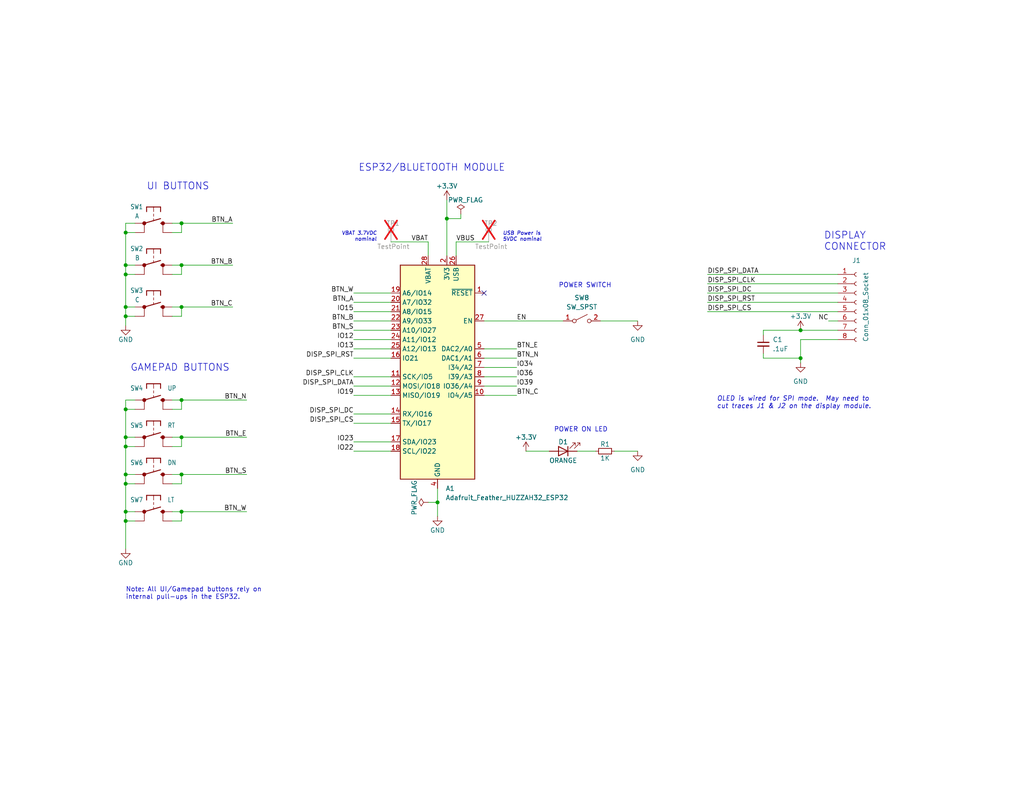
<source format=kicad_sch>
(kicad_sch (version 20230121) (generator eeschema)

  (uuid a4cb1399-61ba-4291-9a36-e5a00a84da5e)

  (paper "A")

  (title_block
    (title "GAMEMAN HANDHELD SCHEMATIC")
    (date "2023-11-15")
    (rev "B1")
    (company "Team 14")
    (comment 1 "GAMEMAN V2")
    (comment 2 "DRAFT#2")
    (comment 3 "REL")
    (comment 4 "2023-11-09")
  )

  (lib_symbols
    (symbol "Connector:Conn_01x08_Socket" (pin_names (offset 1.016) hide) (in_bom yes) (on_board yes)
      (property "Reference" "J" (at 0 10.16 0)
        (effects (font (size 1.27 1.27)))
      )
      (property "Value" "Conn_01x08_Socket" (at 0 -12.7 0)
        (effects (font (size 1.27 1.27)))
      )
      (property "Footprint" "" (at 0 0 0)
        (effects (font (size 1.27 1.27)) hide)
      )
      (property "Datasheet" "~" (at 0 0 0)
        (effects (font (size 1.27 1.27)) hide)
      )
      (property "ki_locked" "" (at 0 0 0)
        (effects (font (size 1.27 1.27)))
      )
      (property "ki_keywords" "connector" (at 0 0 0)
        (effects (font (size 1.27 1.27)) hide)
      )
      (property "ki_description" "Generic connector, single row, 01x08, script generated" (at 0 0 0)
        (effects (font (size 1.27 1.27)) hide)
      )
      (property "ki_fp_filters" "Connector*:*_1x??_*" (at 0 0 0)
        (effects (font (size 1.27 1.27)) hide)
      )
      (symbol "Conn_01x08_Socket_1_1"
        (arc (start 0 -9.652) (mid -0.5058 -10.16) (end 0 -10.668)
          (stroke (width 0.1524) (type default))
          (fill (type none))
        )
        (arc (start 0 -7.112) (mid -0.5058 -7.62) (end 0 -8.128)
          (stroke (width 0.1524) (type default))
          (fill (type none))
        )
        (arc (start 0 -4.572) (mid -0.5058 -5.08) (end 0 -5.588)
          (stroke (width 0.1524) (type default))
          (fill (type none))
        )
        (arc (start 0 -2.032) (mid -0.5058 -2.54) (end 0 -3.048)
          (stroke (width 0.1524) (type default))
          (fill (type none))
        )
        (polyline
          (pts
            (xy -1.27 -10.16)
            (xy -0.508 -10.16)
          )
          (stroke (width 0.1524) (type default))
          (fill (type none))
        )
        (polyline
          (pts
            (xy -1.27 -7.62)
            (xy -0.508 -7.62)
          )
          (stroke (width 0.1524) (type default))
          (fill (type none))
        )
        (polyline
          (pts
            (xy -1.27 -5.08)
            (xy -0.508 -5.08)
          )
          (stroke (width 0.1524) (type default))
          (fill (type none))
        )
        (polyline
          (pts
            (xy -1.27 -2.54)
            (xy -0.508 -2.54)
          )
          (stroke (width 0.1524) (type default))
          (fill (type none))
        )
        (polyline
          (pts
            (xy -1.27 0)
            (xy -0.508 0)
          )
          (stroke (width 0.1524) (type default))
          (fill (type none))
        )
        (polyline
          (pts
            (xy -1.27 2.54)
            (xy -0.508 2.54)
          )
          (stroke (width 0.1524) (type default))
          (fill (type none))
        )
        (polyline
          (pts
            (xy -1.27 5.08)
            (xy -0.508 5.08)
          )
          (stroke (width 0.1524) (type default))
          (fill (type none))
        )
        (polyline
          (pts
            (xy -1.27 7.62)
            (xy -0.508 7.62)
          )
          (stroke (width 0.1524) (type default))
          (fill (type none))
        )
        (arc (start 0 0.508) (mid -0.5058 0) (end 0 -0.508)
          (stroke (width 0.1524) (type default))
          (fill (type none))
        )
        (arc (start 0 3.048) (mid -0.5058 2.54) (end 0 2.032)
          (stroke (width 0.1524) (type default))
          (fill (type none))
        )
        (arc (start 0 5.588) (mid -0.5058 5.08) (end 0 4.572)
          (stroke (width 0.1524) (type default))
          (fill (type none))
        )
        (arc (start 0 8.128) (mid -0.5058 7.62) (end 0 7.112)
          (stroke (width 0.1524) (type default))
          (fill (type none))
        )
        (pin passive line (at -5.08 7.62 0) (length 3.81)
          (name "Pin_1" (effects (font (size 1.27 1.27))))
          (number "1" (effects (font (size 1.27 1.27))))
        )
        (pin passive line (at -5.08 5.08 0) (length 3.81)
          (name "Pin_2" (effects (font (size 1.27 1.27))))
          (number "2" (effects (font (size 1.27 1.27))))
        )
        (pin passive line (at -5.08 2.54 0) (length 3.81)
          (name "Pin_3" (effects (font (size 1.27 1.27))))
          (number "3" (effects (font (size 1.27 1.27))))
        )
        (pin passive line (at -5.08 0 0) (length 3.81)
          (name "Pin_4" (effects (font (size 1.27 1.27))))
          (number "4" (effects (font (size 1.27 1.27))))
        )
        (pin passive line (at -5.08 -2.54 0) (length 3.81)
          (name "Pin_5" (effects (font (size 1.27 1.27))))
          (number "5" (effects (font (size 1.27 1.27))))
        )
        (pin passive line (at -5.08 -5.08 0) (length 3.81)
          (name "Pin_6" (effects (font (size 1.27 1.27))))
          (number "6" (effects (font (size 1.27 1.27))))
        )
        (pin passive line (at -5.08 -7.62 0) (length 3.81)
          (name "Pin_7" (effects (font (size 1.27 1.27))))
          (number "7" (effects (font (size 1.27 1.27))))
        )
        (pin passive line (at -5.08 -10.16 0) (length 3.81)
          (name "Pin_8" (effects (font (size 1.27 1.27))))
          (number "8" (effects (font (size 1.27 1.27))))
        )
      )
    )
    (symbol "Connector:TestPoint" (pin_numbers hide) (pin_names (offset 0.762) hide) (in_bom yes) (on_board yes)
      (property "Reference" "TP" (at 0 6.858 0)
        (effects (font (size 1.27 1.27)))
      )
      (property "Value" "TestPoint" (at 0 5.08 0)
        (effects (font (size 1.27 1.27)))
      )
      (property "Footprint" "" (at 5.08 0 0)
        (effects (font (size 1.27 1.27)) hide)
      )
      (property "Datasheet" "~" (at 5.08 0 0)
        (effects (font (size 1.27 1.27)) hide)
      )
      (property "ki_keywords" "test point tp" (at 0 0 0)
        (effects (font (size 1.27 1.27)) hide)
      )
      (property "ki_description" "test point" (at 0 0 0)
        (effects (font (size 1.27 1.27)) hide)
      )
      (property "ki_fp_filters" "Pin* Test*" (at 0 0 0)
        (effects (font (size 1.27 1.27)) hide)
      )
      (symbol "TestPoint_0_1"
        (circle (center 0 3.302) (radius 0.762)
          (stroke (width 0) (type default))
          (fill (type none))
        )
      )
      (symbol "TestPoint_1_1"
        (pin passive line (at 0 0 90) (length 2.54)
          (name "1" (effects (font (size 1.27 1.27))))
          (number "1" (effects (font (size 1.27 1.27))))
        )
      )
    )
    (symbol "Device:C_Small" (pin_numbers hide) (pin_names (offset 0.254) hide) (in_bom yes) (on_board yes)
      (property "Reference" "C" (at 0.254 1.778 0)
        (effects (font (size 1.27 1.27)) (justify left))
      )
      (property "Value" "C_Small" (at 0.254 -2.032 0)
        (effects (font (size 1.27 1.27)) (justify left))
      )
      (property "Footprint" "" (at 0 0 0)
        (effects (font (size 1.27 1.27)) hide)
      )
      (property "Datasheet" "~" (at 0 0 0)
        (effects (font (size 1.27 1.27)) hide)
      )
      (property "ki_keywords" "capacitor cap" (at 0 0 0)
        (effects (font (size 1.27 1.27)) hide)
      )
      (property "ki_description" "Unpolarized capacitor, small symbol" (at 0 0 0)
        (effects (font (size 1.27 1.27)) hide)
      )
      (property "ki_fp_filters" "C_*" (at 0 0 0)
        (effects (font (size 1.27 1.27)) hide)
      )
      (symbol "C_Small_0_1"
        (polyline
          (pts
            (xy -1.524 -0.508)
            (xy 1.524 -0.508)
          )
          (stroke (width 0.3302) (type default))
          (fill (type none))
        )
        (polyline
          (pts
            (xy -1.524 0.508)
            (xy 1.524 0.508)
          )
          (stroke (width 0.3048) (type default))
          (fill (type none))
        )
      )
      (symbol "C_Small_1_1"
        (pin passive line (at 0 2.54 270) (length 2.032)
          (name "~" (effects (font (size 1.27 1.27))))
          (number "1" (effects (font (size 1.27 1.27))))
        )
        (pin passive line (at 0 -2.54 90) (length 2.032)
          (name "~" (effects (font (size 1.27 1.27))))
          (number "2" (effects (font (size 1.27 1.27))))
        )
      )
    )
    (symbol "Device:LED" (pin_numbers hide) (pin_names (offset 1.016) hide) (in_bom yes) (on_board yes)
      (property "Reference" "D" (at 0 2.54 0)
        (effects (font (size 1.27 1.27)))
      )
      (property "Value" "LED" (at 0 -2.54 0)
        (effects (font (size 1.27 1.27)))
      )
      (property "Footprint" "" (at 0 0 0)
        (effects (font (size 1.27 1.27)) hide)
      )
      (property "Datasheet" "~" (at 0 0 0)
        (effects (font (size 1.27 1.27)) hide)
      )
      (property "ki_keywords" "LED diode" (at 0 0 0)
        (effects (font (size 1.27 1.27)) hide)
      )
      (property "ki_description" "Light emitting diode" (at 0 0 0)
        (effects (font (size 1.27 1.27)) hide)
      )
      (property "ki_fp_filters" "LED* LED_SMD:* LED_THT:*" (at 0 0 0)
        (effects (font (size 1.27 1.27)) hide)
      )
      (symbol "LED_0_1"
        (polyline
          (pts
            (xy -1.27 -1.27)
            (xy -1.27 1.27)
          )
          (stroke (width 0.254) (type default))
          (fill (type none))
        )
        (polyline
          (pts
            (xy -1.27 0)
            (xy 1.27 0)
          )
          (stroke (width 0) (type default))
          (fill (type none))
        )
        (polyline
          (pts
            (xy 1.27 -1.27)
            (xy 1.27 1.27)
            (xy -1.27 0)
            (xy 1.27 -1.27)
          )
          (stroke (width 0.254) (type default))
          (fill (type none))
        )
        (polyline
          (pts
            (xy -3.048 -0.762)
            (xy -4.572 -2.286)
            (xy -3.81 -2.286)
            (xy -4.572 -2.286)
            (xy -4.572 -1.524)
          )
          (stroke (width 0) (type default))
          (fill (type none))
        )
        (polyline
          (pts
            (xy -1.778 -0.762)
            (xy -3.302 -2.286)
            (xy -2.54 -2.286)
            (xy -3.302 -2.286)
            (xy -3.302 -1.524)
          )
          (stroke (width 0) (type default))
          (fill (type none))
        )
      )
      (symbol "LED_1_1"
        (pin passive line (at -3.81 0 0) (length 2.54)
          (name "K" (effects (font (size 1.27 1.27))))
          (number "1" (effects (font (size 1.27 1.27))))
        )
        (pin passive line (at 3.81 0 180) (length 2.54)
          (name "A" (effects (font (size 1.27 1.27))))
          (number "2" (effects (font (size 1.27 1.27))))
        )
      )
    )
    (symbol "Device:R_Small" (pin_numbers hide) (pin_names (offset 0.254) hide) (in_bom yes) (on_board yes)
      (property "Reference" "R" (at 0.762 0.508 0)
        (effects (font (size 1.27 1.27)) (justify left))
      )
      (property "Value" "R_Small" (at 0.762 -1.016 0)
        (effects (font (size 1.27 1.27)) (justify left))
      )
      (property "Footprint" "" (at 0 0 0)
        (effects (font (size 1.27 1.27)) hide)
      )
      (property "Datasheet" "~" (at 0 0 0)
        (effects (font (size 1.27 1.27)) hide)
      )
      (property "ki_keywords" "R resistor" (at 0 0 0)
        (effects (font (size 1.27 1.27)) hide)
      )
      (property "ki_description" "Resistor, small symbol" (at 0 0 0)
        (effects (font (size 1.27 1.27)) hide)
      )
      (property "ki_fp_filters" "R_*" (at 0 0 0)
        (effects (font (size 1.27 1.27)) hide)
      )
      (symbol "R_Small_0_1"
        (rectangle (start -0.762 1.778) (end 0.762 -1.778)
          (stroke (width 0.2032) (type default))
          (fill (type none))
        )
      )
      (symbol "R_Small_1_1"
        (pin passive line (at 0 2.54 270) (length 0.762)
          (name "~" (effects (font (size 1.27 1.27))))
          (number "1" (effects (font (size 1.27 1.27))))
        )
        (pin passive line (at 0 -2.54 90) (length 0.762)
          (name "~" (effects (font (size 1.27 1.27))))
          (number "2" (effects (font (size 1.27 1.27))))
        )
      )
    )
    (symbol "GameMan:SWITCH_TACT_SMT" (in_bom yes) (on_board yes)
      (property "Reference" "SW" (at -2.54 6.35 0)
        (effects (font (size 1.27 1.0795)) (justify left bottom))
      )
      (property "Value" "" (at -2.54 -5.08 0)
        (effects (font (size 1.27 1.0795)) (justify left bottom))
      )
      (property "Footprint" "Button_Switch_SMD:SW_SPST_PTS645" (at 0 0 0)
        (effects (font (size 1.27 1.27)) hide)
      )
      (property "Datasheet" "" (at 0 0 0)
        (effects (font (size 1.27 1.27)) hide)
      )
      (property "ki_description" "SMT tactile momentary switch, PT645 footprint" (at 0 0 0)
        (effects (font (size 1.27 1.27)) hide)
      )
      (symbol "SWITCH_TACT_SMT_1_0"
        (circle (center -2.54 0) (radius 0.127)
          (stroke (width 0.4064) (type solid))
          (fill (type none))
        )
        (polyline
          (pts
            (xy -2.54 -2.54)
            (xy -2.54 0)
          )
          (stroke (width 0.1524) (type solid))
          (fill (type none))
        )
        (polyline
          (pts
            (xy -2.54 0)
            (xy 1.905 1.27)
          )
          (stroke (width 0.254) (type solid))
          (fill (type none))
        )
        (polyline
          (pts
            (xy -1.905 4.445)
            (xy -1.905 3.175)
          )
          (stroke (width 0.254) (type solid))
          (fill (type none))
        )
        (polyline
          (pts
            (xy 0 1.27)
            (xy 0 0.635)
          )
          (stroke (width 0.1524) (type solid))
          (fill (type none))
        )
        (polyline
          (pts
            (xy 0 2.54)
            (xy 0 1.905)
          )
          (stroke (width 0.1524) (type solid))
          (fill (type none))
        )
        (polyline
          (pts
            (xy 0 4.445)
            (xy -1.905 4.445)
          )
          (stroke (width 0.254) (type solid))
          (fill (type none))
        )
        (polyline
          (pts
            (xy 0 4.445)
            (xy 0 3.175)
          )
          (stroke (width 0.1524) (type solid))
          (fill (type none))
        )
        (polyline
          (pts
            (xy 1.905 0)
            (xy 2.54 0)
          )
          (stroke (width 0.254) (type solid))
          (fill (type none))
        )
        (polyline
          (pts
            (xy 1.905 4.445)
            (xy 0 4.445)
          )
          (stroke (width 0.254) (type solid))
          (fill (type none))
        )
        (polyline
          (pts
            (xy 1.905 4.445)
            (xy 1.905 3.175)
          )
          (stroke (width 0.254) (type solid))
          (fill (type none))
        )
        (polyline
          (pts
            (xy 2.54 -2.54)
            (xy 2.54 0)
          )
          (stroke (width 0.1524) (type solid))
          (fill (type none))
        )
        (circle (center 2.54 0) (radius 0.127)
          (stroke (width 0.4064) (type solid))
          (fill (type none))
        )
        (pin passive line (at -5.08 0 0) (length 2.54)
          (name "P" (effects (font (size 0 0))))
          (number "1" (effects (font (size 0 0))))
        )
        (pin passive line (at -5.08 -2.54 0) (length 2.54)
          (name "P1" (effects (font (size 0 0))))
          (number "1" (effects (font (size 0 0))))
        )
        (pin passive line (at 5.08 0 180) (length 2.54)
          (name "S" (effects (font (size 0 0))))
          (number "2" (effects (font (size 0 0))))
        )
        (pin passive line (at 5.08 -2.54 180) (length 2.54)
          (name "S1" (effects (font (size 0 0))))
          (number "2" (effects (font (size 0 0))))
        )
      )
    )
    (symbol "MCU_Module:Adafruit_Feather_HUZZAH32_ESP32" (in_bom yes) (on_board yes)
      (property "Reference" "A" (at -10.16 29.21 0)
        (effects (font (size 1.27 1.27)) (justify left))
      )
      (property "Value" "Adafruit_Feather_HUZZAH32_ESP32" (at 2.54 -31.75 0)
        (effects (font (size 1.27 1.27)) (justify left))
      )
      (property "Footprint" "Module:Adafruit_Feather" (at 2.54 -34.29 0)
        (effects (font (size 1.27 1.27)) (justify left) hide)
      )
      (property "Datasheet" "https://cdn-learn.adafruit.com/downloads/pdf/adafruit-huzzah32-esp32-feather.pdf" (at 0 -30.48 0)
        (effects (font (size 1.27 1.27)) hide)
      )
      (property "ki_keywords" "Adafruit feather microcontroller module USB" (at 0 0 0)
        (effects (font (size 1.27 1.27)) hide)
      )
      (property "ki_description" "Microcontroller module with ESP32 MCU" (at 0 0 0)
        (effects (font (size 1.27 1.27)) hide)
      )
      (property "ki_fp_filters" "Adafruit*Feather*" (at 0 0 0)
        (effects (font (size 1.27 1.27)) hide)
      )
      (symbol "Adafruit_Feather_HUZZAH32_ESP32_0_1"
        (rectangle (start -10.16 27.94) (end 10.16 -30.48)
          (stroke (width 0.254) (type default))
          (fill (type background))
        )
      )
      (symbol "Adafruit_Feather_HUZZAH32_ESP32_1_1"
        (pin input line (at 12.7 20.32 180) (length 2.54)
          (name "~{RESET}" (effects (font (size 1.27 1.27))))
          (number "1" (effects (font (size 1.27 1.27))))
        )
        (pin bidirectional line (at 12.7 -7.62 180) (length 2.54)
          (name "IO4/A5" (effects (font (size 1.27 1.27))))
          (number "10" (effects (font (size 1.27 1.27))))
        )
        (pin bidirectional line (at -12.7 -2.54 0) (length 2.54)
          (name "SCK/IO5" (effects (font (size 1.27 1.27))))
          (number "11" (effects (font (size 1.27 1.27))))
        )
        (pin bidirectional line (at -12.7 -5.08 0) (length 2.54)
          (name "MOSI/IO18" (effects (font (size 1.27 1.27))))
          (number "12" (effects (font (size 1.27 1.27))))
        )
        (pin bidirectional line (at -12.7 -7.62 0) (length 2.54)
          (name "MISO/IO19" (effects (font (size 1.27 1.27))))
          (number "13" (effects (font (size 1.27 1.27))))
        )
        (pin bidirectional line (at -12.7 -12.7 0) (length 2.54)
          (name "RX/IO16" (effects (font (size 1.27 1.27))))
          (number "14" (effects (font (size 1.27 1.27))))
        )
        (pin bidirectional line (at -12.7 -15.24 0) (length 2.54)
          (name "TX/IO17" (effects (font (size 1.27 1.27))))
          (number "15" (effects (font (size 1.27 1.27))))
        )
        (pin bidirectional line (at -12.7 2.54 0) (length 2.54)
          (name "IO21" (effects (font (size 1.27 1.27))))
          (number "16" (effects (font (size 1.27 1.27))))
        )
        (pin bidirectional line (at -12.7 -20.32 0) (length 2.54)
          (name "SDA/IO23" (effects (font (size 1.27 1.27))))
          (number "17" (effects (font (size 1.27 1.27))))
        )
        (pin bidirectional line (at -12.7 -22.86 0) (length 2.54)
          (name "SCL/IO22" (effects (font (size 1.27 1.27))))
          (number "18" (effects (font (size 1.27 1.27))))
        )
        (pin bidirectional line (at -12.7 20.32 0) (length 2.54)
          (name "A6/IO14" (effects (font (size 1.27 1.27))))
          (number "19" (effects (font (size 1.27 1.27))))
        )
        (pin power_in line (at 2.54 30.48 270) (length 2.54)
          (name "3V3" (effects (font (size 1.27 1.27))))
          (number "2" (effects (font (size 1.27 1.27))))
        )
        (pin bidirectional line (at -12.7 17.78 0) (length 2.54)
          (name "A7/IO32" (effects (font (size 1.27 1.27))))
          (number "20" (effects (font (size 1.27 1.27))))
        )
        (pin bidirectional line (at -12.7 15.24 0) (length 2.54)
          (name "A8/IO15" (effects (font (size 1.27 1.27))))
          (number "21" (effects (font (size 1.27 1.27))))
        )
        (pin bidirectional line (at -12.7 12.7 0) (length 2.54)
          (name "A9/IO33" (effects (font (size 1.27 1.27))))
          (number "22" (effects (font (size 1.27 1.27))))
        )
        (pin bidirectional line (at -12.7 10.16 0) (length 2.54)
          (name "A10/IO27" (effects (font (size 1.27 1.27))))
          (number "23" (effects (font (size 1.27 1.27))))
        )
        (pin bidirectional line (at -12.7 7.62 0) (length 2.54)
          (name "A11/IO12" (effects (font (size 1.27 1.27))))
          (number "24" (effects (font (size 1.27 1.27))))
        )
        (pin bidirectional line (at -12.7 5.08 0) (length 2.54)
          (name "A12/IO13" (effects (font (size 1.27 1.27))))
          (number "25" (effects (font (size 1.27 1.27))))
        )
        (pin power_in line (at 5.08 30.48 270) (length 2.54)
          (name "USB" (effects (font (size 1.27 1.27))))
          (number "26" (effects (font (size 1.27 1.27))))
        )
        (pin input line (at 12.7 12.7 180) (length 2.54)
          (name "EN" (effects (font (size 1.27 1.27))))
          (number "27" (effects (font (size 1.27 1.27))))
        )
        (pin power_in line (at -2.54 30.48 270) (length 2.54)
          (name "VBAT" (effects (font (size 1.27 1.27))))
          (number "28" (effects (font (size 1.27 1.27))))
        )
        (pin no_connect line (at 10.16 10.16 180) (length 2.54) hide
          (name "NC" (effects (font (size 1.27 1.27))))
          (number "3" (effects (font (size 1.27 1.27))))
        )
        (pin power_in line (at 0 -33.02 90) (length 2.54)
          (name "GND" (effects (font (size 1.27 1.27))))
          (number "4" (effects (font (size 1.27 1.27))))
        )
        (pin bidirectional line (at 12.7 5.08 180) (length 2.54)
          (name "DAC2/A0" (effects (font (size 1.27 1.27))))
          (number "5" (effects (font (size 1.27 1.27))))
        )
        (pin bidirectional line (at 12.7 2.54 180) (length 2.54)
          (name "DAC1/A1" (effects (font (size 1.27 1.27))))
          (number "6" (effects (font (size 1.27 1.27))))
        )
        (pin bidirectional line (at 12.7 0 180) (length 2.54)
          (name "I34/A2" (effects (font (size 1.27 1.27))))
          (number "7" (effects (font (size 1.27 1.27))))
        )
        (pin bidirectional line (at 12.7 -2.54 180) (length 2.54)
          (name "I39/A3" (effects (font (size 1.27 1.27))))
          (number "8" (effects (font (size 1.27 1.27))))
        )
        (pin bidirectional line (at 12.7 -5.08 180) (length 2.54)
          (name "IO36/A4" (effects (font (size 1.27 1.27))))
          (number "9" (effects (font (size 1.27 1.27))))
        )
      )
    )
    (symbol "Switch:SW_SPST" (pin_names (offset 0) hide) (in_bom yes) (on_board yes)
      (property "Reference" "SW" (at 0 3.175 0)
        (effects (font (size 1.27 1.27)))
      )
      (property "Value" "SW_SPST" (at 0 -2.54 0)
        (effects (font (size 1.27 1.27)))
      )
      (property "Footprint" "" (at 0 0 0)
        (effects (font (size 1.27 1.27)) hide)
      )
      (property "Datasheet" "~" (at 0 0 0)
        (effects (font (size 1.27 1.27)) hide)
      )
      (property "ki_keywords" "switch lever" (at 0 0 0)
        (effects (font (size 1.27 1.27)) hide)
      )
      (property "ki_description" "Single Pole Single Throw (SPST) switch" (at 0 0 0)
        (effects (font (size 1.27 1.27)) hide)
      )
      (symbol "SW_SPST_0_0"
        (circle (center -2.032 0) (radius 0.508)
          (stroke (width 0) (type default))
          (fill (type none))
        )
        (polyline
          (pts
            (xy -1.524 0.254)
            (xy 1.524 1.778)
          )
          (stroke (width 0) (type default))
          (fill (type none))
        )
        (circle (center 2.032 0) (radius 0.508)
          (stroke (width 0) (type default))
          (fill (type none))
        )
      )
      (symbol "SW_SPST_1_1"
        (pin passive line (at -5.08 0 0) (length 2.54)
          (name "A" (effects (font (size 1.27 1.27))))
          (number "1" (effects (font (size 1.27 1.27))))
        )
        (pin passive line (at 5.08 0 180) (length 2.54)
          (name "B" (effects (font (size 1.27 1.27))))
          (number "2" (effects (font (size 1.27 1.27))))
        )
      )
    )
    (symbol "power:+3.3V" (power) (pin_names (offset 0)) (in_bom yes) (on_board yes)
      (property "Reference" "#PWR" (at 0 -3.81 0)
        (effects (font (size 1.27 1.27)) hide)
      )
      (property "Value" "+3.3V" (at 0 3.556 0)
        (effects (font (size 1.27 1.27)))
      )
      (property "Footprint" "" (at 0 0 0)
        (effects (font (size 1.27 1.27)) hide)
      )
      (property "Datasheet" "" (at 0 0 0)
        (effects (font (size 1.27 1.27)) hide)
      )
      (property "ki_keywords" "global power" (at 0 0 0)
        (effects (font (size 1.27 1.27)) hide)
      )
      (property "ki_description" "Power symbol creates a global label with name \"+3.3V\"" (at 0 0 0)
        (effects (font (size 1.27 1.27)) hide)
      )
      (symbol "+3.3V_0_1"
        (polyline
          (pts
            (xy -0.762 1.27)
            (xy 0 2.54)
          )
          (stroke (width 0) (type default))
          (fill (type none))
        )
        (polyline
          (pts
            (xy 0 0)
            (xy 0 2.54)
          )
          (stroke (width 0) (type default))
          (fill (type none))
        )
        (polyline
          (pts
            (xy 0 2.54)
            (xy 0.762 1.27)
          )
          (stroke (width 0) (type default))
          (fill (type none))
        )
      )
      (symbol "+3.3V_1_1"
        (pin power_in line (at 0 0 90) (length 0) hide
          (name "+3.3V" (effects (font (size 1.27 1.27))))
          (number "1" (effects (font (size 1.27 1.27))))
        )
      )
    )
    (symbol "power:GND" (power) (pin_names (offset 0)) (in_bom yes) (on_board yes)
      (property "Reference" "#PWR" (at 0 -6.35 0)
        (effects (font (size 1.27 1.27)) hide)
      )
      (property "Value" "GND" (at 0 -3.81 0)
        (effects (font (size 1.27 1.27)))
      )
      (property "Footprint" "" (at 0 0 0)
        (effects (font (size 1.27 1.27)) hide)
      )
      (property "Datasheet" "" (at 0 0 0)
        (effects (font (size 1.27 1.27)) hide)
      )
      (property "ki_keywords" "global power" (at 0 0 0)
        (effects (font (size 1.27 1.27)) hide)
      )
      (property "ki_description" "Power symbol creates a global label with name \"GND\" , ground" (at 0 0 0)
        (effects (font (size 1.27 1.27)) hide)
      )
      (symbol "GND_0_1"
        (polyline
          (pts
            (xy 0 0)
            (xy 0 -1.27)
            (xy 1.27 -1.27)
            (xy 0 -2.54)
            (xy -1.27 -1.27)
            (xy 0 -1.27)
          )
          (stroke (width 0) (type default))
          (fill (type none))
        )
      )
      (symbol "GND_1_1"
        (pin power_in line (at 0 0 270) (length 0) hide
          (name "GND" (effects (font (size 1.27 1.27))))
          (number "1" (effects (font (size 1.27 1.27))))
        )
      )
    )
    (symbol "power:PWR_FLAG" (power) (pin_numbers hide) (pin_names (offset 0) hide) (in_bom yes) (on_board yes)
      (property "Reference" "#FLG" (at 0 1.905 0)
        (effects (font (size 1.27 1.27)) hide)
      )
      (property "Value" "PWR_FLAG" (at 0 3.81 0)
        (effects (font (size 1.27 1.27)))
      )
      (property "Footprint" "" (at 0 0 0)
        (effects (font (size 1.27 1.27)) hide)
      )
      (property "Datasheet" "~" (at 0 0 0)
        (effects (font (size 1.27 1.27)) hide)
      )
      (property "ki_keywords" "flag power" (at 0 0 0)
        (effects (font (size 1.27 1.27)) hide)
      )
      (property "ki_description" "Special symbol for telling ERC where power comes from" (at 0 0 0)
        (effects (font (size 1.27 1.27)) hide)
      )
      (symbol "PWR_FLAG_0_0"
        (pin power_out line (at 0 0 90) (length 0)
          (name "pwr" (effects (font (size 1.27 1.27))))
          (number "1" (effects (font (size 1.27 1.27))))
        )
      )
      (symbol "PWR_FLAG_0_1"
        (polyline
          (pts
            (xy 0 0)
            (xy 0 1.27)
            (xy -1.016 1.905)
            (xy 0 2.54)
            (xy 1.016 1.905)
            (xy 0 1.27)
          )
          (stroke (width 0) (type default))
          (fill (type none))
        )
      )
    )
  )

  (junction (at 49.53 60.96) (diameter 0) (color 0 0 0 0)
    (uuid 0bfaf3a8-209b-48cf-876b-df51955eabcc)
  )
  (junction (at 34.29 129.54) (diameter 0) (color 0 0 0 0)
    (uuid 0d2e514e-35b2-4b1b-a50b-fc4a22727a1f)
  )
  (junction (at 34.29 121.92) (diameter 0) (color 0 0 0 0)
    (uuid 257e4ede-d60d-4925-b355-2519dd5fce9f)
  )
  (junction (at 49.53 72.39) (diameter 0) (color 0 0 0 0)
    (uuid 29ac3556-d600-43b8-b580-870cf78b28a6)
  )
  (junction (at 49.53 139.7) (diameter 0) (color 0 0 0 0)
    (uuid 4027de4b-0b95-42d3-8858-6cac4a15ff12)
  )
  (junction (at 34.29 111.76) (diameter 0) (color 0 0 0 0)
    (uuid 4bc15964-b04c-4450-82d5-e69f2f659613)
  )
  (junction (at 49.53 83.82) (diameter 0) (color 0 0 0 0)
    (uuid 51ed11c1-8e98-494c-abab-7cee3a15884f)
  )
  (junction (at 34.29 72.39) (diameter 0) (color 0 0 0 0)
    (uuid 549b4d09-9896-4296-bcd2-ade013b86e7c)
  )
  (junction (at 121.92 59.69) (diameter 0) (color 0 0 0 0)
    (uuid 5ed0ec1c-5c93-477f-b4f6-15ba632ff6cb)
  )
  (junction (at 218.44 90.17) (diameter 0) (color 0 0 0 0)
    (uuid 61ae7dcb-4997-41f8-a853-426976457492)
  )
  (junction (at 49.53 119.38) (diameter 0) (color 0 0 0 0)
    (uuid 82d4ba23-3f71-4c37-9074-67983b712bab)
  )
  (junction (at 34.29 142.24) (diameter 0) (color 0 0 0 0)
    (uuid 899f44f9-288b-40cf-ad17-98ea5b47625f)
  )
  (junction (at 34.29 63.5) (diameter 0) (color 0 0 0 0)
    (uuid 8fb7d412-55ca-46b0-93a2-7cca7640f18a)
  )
  (junction (at 34.29 139.7) (diameter 0) (color 0 0 0 0)
    (uuid 9c5b96f5-40e3-4f80-8db9-2a6b11328baf)
  )
  (junction (at 34.29 83.82) (diameter 0) (color 0 0 0 0)
    (uuid a47c2c6e-1365-412d-95f2-8962b4acabb1)
  )
  (junction (at 119.38 137.16) (diameter 0) (color 0 0 0 0)
    (uuid a8edba4c-41b8-4fdc-9300-ff59d85f26e6)
  )
  (junction (at 218.44 97.79) (diameter 0) (color 0 0 0 0)
    (uuid bc45f942-0a2f-4641-896b-251db55e9e81)
  )
  (junction (at 49.53 129.54) (diameter 0) (color 0 0 0 0)
    (uuid bd896c1c-8686-4ba4-8ded-83d4cfbbafe4)
  )
  (junction (at 34.29 119.38) (diameter 0) (color 0 0 0 0)
    (uuid c8fa05c3-9e5c-4f4a-9160-cb9bd2853d83)
  )
  (junction (at 34.29 132.08) (diameter 0) (color 0 0 0 0)
    (uuid cd288b38-77f4-4883-932e-5b9b19f9cc59)
  )
  (junction (at 34.29 86.36) (diameter 0) (color 0 0 0 0)
    (uuid d034b7ca-7faa-4413-879d-37de778eff56)
  )
  (junction (at 34.29 74.93) (diameter 0) (color 0 0 0 0)
    (uuid f06a0223-f9b4-452e-a43b-00b004ddad63)
  )
  (junction (at 49.53 109.22) (diameter 0) (color 0 0 0 0)
    (uuid fa8d28c4-2cf2-4a3f-be49-e51f45ee7a06)
  )

  (no_connect (at 132.08 80.01) (uuid 9def61bd-0670-4642-9110-3ff5ad3fb26e))

  (wire (pts (xy 49.53 119.38) (xy 49.53 121.92))
    (stroke (width 0) (type default))
    (uuid 02f88f49-092a-4d0c-9af8-1805d8a877a9)
  )
  (wire (pts (xy 121.92 54.61) (xy 121.92 59.69))
    (stroke (width 0) (type default))
    (uuid 031d3e6f-3e3c-4d09-a075-e1f345d5630b)
  )
  (wire (pts (xy 132.08 97.79) (xy 140.97 97.79))
    (stroke (width 0) (type default))
    (uuid 0ab84a09-be73-4dff-a998-f83097676c8b)
  )
  (wire (pts (xy 132.08 95.25) (xy 140.97 95.25))
    (stroke (width 0) (type default))
    (uuid 0b4d63a3-ab67-4269-a8bd-89bfcf9100da)
  )
  (wire (pts (xy 49.53 129.54) (xy 46.99 129.54))
    (stroke (width 0) (type default))
    (uuid 0c24ccac-35e1-41a7-b9e1-1ab3be181ea0)
  )
  (wire (pts (xy 119.38 137.16) (xy 119.38 140.97))
    (stroke (width 0) (type default))
    (uuid 0c75c87b-58f7-49a2-898e-f10dfb6f78e0)
  )
  (wire (pts (xy 132.08 87.63) (xy 153.67 87.63))
    (stroke (width 0) (type default))
    (uuid 0c7b79ca-61e6-4db1-a2b6-b4354a991ffa)
  )
  (wire (pts (xy 46.99 63.5) (xy 49.53 63.5))
    (stroke (width 0) (type default))
    (uuid 0f07b4af-418b-4879-b31f-6eb7369d37d2)
  )
  (wire (pts (xy 193.04 82.55) (xy 228.6 82.55))
    (stroke (width 0) (type default))
    (uuid 11820607-3218-4365-baab-9dbdc98e6810)
  )
  (wire (pts (xy 149.86 123.19) (xy 143.51 123.19))
    (stroke (width 0) (type default))
    (uuid 11b38673-18c4-4b39-ab55-caf58d444e3b)
  )
  (wire (pts (xy 34.29 111.76) (xy 34.29 119.38))
    (stroke (width 0) (type default))
    (uuid 132bd4d2-9cc6-432e-8f4d-fa90bdcce381)
  )
  (wire (pts (xy 116.84 137.16) (xy 119.38 137.16))
    (stroke (width 0) (type default))
    (uuid 141e8b1b-49e4-4cf9-b986-fdf8fbf20dbe)
  )
  (wire (pts (xy 34.29 60.96) (xy 34.29 63.5))
    (stroke (width 0) (type default))
    (uuid 16540432-d1a9-40e0-8150-0b6f1dfad3a4)
  )
  (wire (pts (xy 36.83 129.54) (xy 34.29 129.54))
    (stroke (width 0) (type default))
    (uuid 17c232a5-78fa-44ec-b3e9-e03620c56086)
  )
  (wire (pts (xy 36.83 121.92) (xy 34.29 121.92))
    (stroke (width 0) (type default))
    (uuid 17c4000b-2f97-4478-959a-67a1a6d91448)
  )
  (wire (pts (xy 193.04 85.09) (xy 228.6 85.09))
    (stroke (width 0) (type default))
    (uuid 186836b0-adb5-4191-ba84-3b2e2459b58a)
  )
  (wire (pts (xy 36.83 139.7) (xy 34.29 139.7))
    (stroke (width 0) (type default))
    (uuid 1d58f933-e7fc-4fe3-a680-c534c591635b)
  )
  (wire (pts (xy 96.52 95.25) (xy 106.68 95.25))
    (stroke (width 0) (type default))
    (uuid 1ed66f9b-120a-44f0-8680-fc35c4df8811)
  )
  (wire (pts (xy 96.52 102.87) (xy 106.68 102.87))
    (stroke (width 0) (type default))
    (uuid 1ef601cb-5b1c-4430-9363-ac91e178822e)
  )
  (wire (pts (xy 96.52 82.55) (xy 106.68 82.55))
    (stroke (width 0) (type default))
    (uuid 2124f156-8de3-4f6d-ab34-12114ab8684a)
  )
  (wire (pts (xy 132.08 107.95) (xy 140.97 107.95))
    (stroke (width 0) (type default))
    (uuid 22450499-deea-4899-9689-4a08a37de3a7)
  )
  (wire (pts (xy 36.83 60.96) (xy 34.29 60.96))
    (stroke (width 0) (type default))
    (uuid 23128e99-b0ee-43f8-bad1-e6ecc4f4b432)
  )
  (wire (pts (xy 208.28 90.17) (xy 208.28 91.44))
    (stroke (width 0) (type default))
    (uuid 243eeaf5-5111-4821-a36e-6c2fa01e75e3)
  )
  (wire (pts (xy 121.92 59.69) (xy 121.92 69.85))
    (stroke (width 0) (type default))
    (uuid 26e26f32-3a8f-43b5-bdab-4e53d1b7212b)
  )
  (wire (pts (xy 96.52 92.71) (xy 106.68 92.71))
    (stroke (width 0) (type default))
    (uuid 27e58acb-224a-4501-816e-c5551fbd7ba1)
  )
  (wire (pts (xy 49.53 109.22) (xy 46.99 109.22))
    (stroke (width 0) (type default))
    (uuid 2a17145e-c03c-4871-ad1f-e86410ed5b05)
  )
  (wire (pts (xy 46.99 86.36) (xy 49.53 86.36))
    (stroke (width 0) (type default))
    (uuid 2d44c6df-4e19-4fd6-8dae-0c8d3d0f20ca)
  )
  (wire (pts (xy 49.53 72.39) (xy 63.5 72.39))
    (stroke (width 0) (type default))
    (uuid 40c2eaf2-bec3-4ee6-b424-1591e8b0a3ec)
  )
  (wire (pts (xy 96.52 97.79) (xy 106.68 97.79))
    (stroke (width 0) (type default))
    (uuid 40d1f9f1-4fa0-480e-a8a8-82a6f268336c)
  )
  (wire (pts (xy 34.29 83.82) (xy 34.29 86.36))
    (stroke (width 0) (type default))
    (uuid 40ec6ea7-75a9-4fd9-81e7-e60e26eab116)
  )
  (wire (pts (xy 208.28 97.79) (xy 218.44 97.79))
    (stroke (width 0) (type default))
    (uuid 41b4150e-c9f6-4257-913e-e64bb924ca11)
  )
  (wire (pts (xy 49.53 60.96) (xy 63.5 60.96))
    (stroke (width 0) (type default))
    (uuid 4264282f-4d62-4c02-8080-34ce0f9cb9a9)
  )
  (wire (pts (xy 49.53 72.39) (xy 46.99 72.39))
    (stroke (width 0) (type default))
    (uuid 450929e0-2063-4053-84d4-807683564901)
  )
  (wire (pts (xy 34.29 74.93) (xy 34.29 83.82))
    (stroke (width 0) (type default))
    (uuid 4802e6de-5485-485b-99ad-68c76c78e40b)
  )
  (wire (pts (xy 96.52 107.95) (xy 106.68 107.95))
    (stroke (width 0) (type default))
    (uuid 48ec02bd-4131-4ab6-aab4-1c13e81ab1b8)
  )
  (wire (pts (xy 34.29 63.5) (xy 34.29 72.39))
    (stroke (width 0) (type default))
    (uuid 4a6ea0c0-4f5b-4ca6-a462-705e0c3adc8a)
  )
  (wire (pts (xy 49.53 119.38) (xy 46.99 119.38))
    (stroke (width 0) (type default))
    (uuid 4aeb9423-6f68-4979-bf16-069d81264865)
  )
  (wire (pts (xy 125.73 59.69) (xy 121.92 59.69))
    (stroke (width 0) (type default))
    (uuid 4c41ba13-23fa-48bd-9ba0-aa67104e612a)
  )
  (wire (pts (xy 218.44 97.79) (xy 218.44 92.71))
    (stroke (width 0) (type default))
    (uuid 4c47421d-1555-4b8d-a2b4-5767754a2ff6)
  )
  (wire (pts (xy 132.08 105.41) (xy 140.97 105.41))
    (stroke (width 0) (type default))
    (uuid 5040b77e-9de0-4016-8bda-8ebfe99e5f42)
  )
  (wire (pts (xy 34.29 139.7) (xy 34.29 142.24))
    (stroke (width 0) (type default))
    (uuid 5161fbbb-e3a2-4d16-9164-f9868e43dc9c)
  )
  (wire (pts (xy 106.68 66.04) (xy 116.84 66.04))
    (stroke (width 0) (type default))
    (uuid 52601329-d045-4292-99f2-27227cd95b3d)
  )
  (wire (pts (xy 46.99 111.76) (xy 49.53 111.76))
    (stroke (width 0) (type default))
    (uuid 546093e8-d386-4900-a5e9-4c3dadf6de4e)
  )
  (wire (pts (xy 49.53 139.7) (xy 46.99 139.7))
    (stroke (width 0) (type default))
    (uuid 56c6f1f0-77d3-42be-b1fd-8dcf0e46b0cb)
  )
  (wire (pts (xy 226.06 87.63) (xy 228.6 87.63))
    (stroke (width 0) (type default))
    (uuid 5aeea2b9-77f5-4d48-898f-73e7ca273415)
  )
  (wire (pts (xy 34.29 119.38) (xy 34.29 121.92))
    (stroke (width 0) (type default))
    (uuid 5b475980-0956-4a3a-90a3-211fbc868e19)
  )
  (wire (pts (xy 96.52 80.01) (xy 106.68 80.01))
    (stroke (width 0) (type default))
    (uuid 5d70b042-7067-430f-8257-823f2296bf25)
  )
  (wire (pts (xy 49.53 139.7) (xy 67.31 139.7))
    (stroke (width 0) (type default))
    (uuid 5dd824c4-1c60-4a2c-8c6d-e7f8ae94cfe2)
  )
  (wire (pts (xy 36.83 63.5) (xy 34.29 63.5))
    (stroke (width 0) (type default))
    (uuid 60459c23-7d30-4447-a160-76085a01f776)
  )
  (wire (pts (xy 119.38 133.35) (xy 119.38 137.16))
    (stroke (width 0) (type default))
    (uuid 62f0912d-8db6-4a6d-84f6-ba1a7d1a06d8)
  )
  (wire (pts (xy 125.73 58.42) (xy 125.73 59.69))
    (stroke (width 0) (type default))
    (uuid 6465437b-41c1-46d6-af59-b19e3722c3fa)
  )
  (wire (pts (xy 36.83 72.39) (xy 34.29 72.39))
    (stroke (width 0) (type default))
    (uuid 6b45dfc4-a1bc-4109-8e2c-4b10676c3ad5)
  )
  (wire (pts (xy 218.44 92.71) (xy 228.6 92.71))
    (stroke (width 0) (type default))
    (uuid 6cd98375-45fc-4514-9eea-a66aa0e6f326)
  )
  (wire (pts (xy 34.29 121.92) (xy 34.29 129.54))
    (stroke (width 0) (type default))
    (uuid 6df37ef1-b52a-413c-90f6-b2a76f7f2710)
  )
  (wire (pts (xy 218.44 90.17) (xy 228.6 90.17))
    (stroke (width 0) (type default))
    (uuid 6efc820e-9160-4e7a-94b8-99b53f44ff6d)
  )
  (wire (pts (xy 34.29 109.22) (xy 34.29 111.76))
    (stroke (width 0) (type default))
    (uuid 79b9205c-c938-4657-98d6-4592f5fc9721)
  )
  (wire (pts (xy 49.53 119.38) (xy 67.31 119.38))
    (stroke (width 0) (type default))
    (uuid 7babd46a-8cb6-434a-a705-a8d087748f0d)
  )
  (wire (pts (xy 34.29 129.54) (xy 34.29 132.08))
    (stroke (width 0) (type default))
    (uuid 7bfdbad6-ce25-4680-83ba-5c857e4c050b)
  )
  (wire (pts (xy 157.48 123.19) (xy 162.56 123.19))
    (stroke (width 0) (type default))
    (uuid 7ce854fb-4900-4a70-b32f-4207bcbf06a0)
  )
  (wire (pts (xy 46.99 132.08) (xy 49.53 132.08))
    (stroke (width 0) (type default))
    (uuid 7d1a1238-7967-4696-a484-7deb04e42785)
  )
  (wire (pts (xy 36.83 74.93) (xy 34.29 74.93))
    (stroke (width 0) (type default))
    (uuid 7fe0bc09-afb8-441a-8948-a56a9ad78154)
  )
  (wire (pts (xy 167.64 123.19) (xy 173.99 123.19))
    (stroke (width 0) (type default))
    (uuid 827637b5-f3c5-43df-8865-43b1ebcc4054)
  )
  (wire (pts (xy 96.52 113.03) (xy 106.68 113.03))
    (stroke (width 0) (type default))
    (uuid 82e4f79e-6327-4b82-9d2b-2f34b5e5716a)
  )
  (wire (pts (xy 96.52 87.63) (xy 106.68 87.63))
    (stroke (width 0) (type default))
    (uuid 843aa32b-13a8-4b45-b02a-9a0e3f084064)
  )
  (wire (pts (xy 36.83 111.76) (xy 34.29 111.76))
    (stroke (width 0) (type default))
    (uuid 84f1cc95-ab29-48fc-80ba-4089508950f2)
  )
  (wire (pts (xy 96.52 105.41) (xy 106.68 105.41))
    (stroke (width 0) (type default))
    (uuid 86c3e34a-e769-4c6e-86d1-32b9bb044fb8)
  )
  (wire (pts (xy 49.53 129.54) (xy 49.53 132.08))
    (stroke (width 0) (type default))
    (uuid 891a9491-1578-4c5b-80ea-2b7c12b885e4)
  )
  (wire (pts (xy 36.83 119.38) (xy 34.29 119.38))
    (stroke (width 0) (type default))
    (uuid 8cbf58b0-2048-49ec-9185-b104fc8907df)
  )
  (wire (pts (xy 34.29 142.24) (xy 34.29 149.86))
    (stroke (width 0) (type default))
    (uuid 8d79bf4d-41f4-4b59-8693-abbb22a012cc)
  )
  (wire (pts (xy 36.83 83.82) (xy 34.29 83.82))
    (stroke (width 0) (type default))
    (uuid 8e26ccad-1a0a-4e8b-b376-50b0cd723fc0)
  )
  (wire (pts (xy 46.99 121.92) (xy 49.53 121.92))
    (stroke (width 0) (type default))
    (uuid 91107adb-900b-4bac-93ab-98de1537b58d)
  )
  (wire (pts (xy 34.29 72.39) (xy 34.29 74.93))
    (stroke (width 0) (type default))
    (uuid 949dbcf5-13fa-4641-876d-bbdf4ecd46c1)
  )
  (wire (pts (xy 116.84 69.85) (xy 116.84 66.04))
    (stroke (width 0) (type default))
    (uuid 967c6681-1a64-4459-9a14-3e6dd5c77be1)
  )
  (wire (pts (xy 96.52 120.65) (xy 106.68 120.65))
    (stroke (width 0) (type default))
    (uuid 9953788d-0e3a-43f4-a77a-e9cf1f45978b)
  )
  (wire (pts (xy 193.04 77.47) (xy 228.6 77.47))
    (stroke (width 0) (type default))
    (uuid 99fe2cf3-d2fe-4d75-afae-77216542082a)
  )
  (wire (pts (xy 46.99 142.24) (xy 49.53 142.24))
    (stroke (width 0) (type default))
    (uuid 9c5a060b-e7c2-486e-923d-9d7880defaa5)
  )
  (wire (pts (xy 34.29 132.08) (xy 34.29 139.7))
    (stroke (width 0) (type default))
    (uuid 9de45f76-e799-4257-bab0-98f0885be813)
  )
  (wire (pts (xy 49.53 86.36) (xy 49.53 83.82))
    (stroke (width 0) (type default))
    (uuid a41f5ff7-449e-469a-982c-46a8beba6ada)
  )
  (wire (pts (xy 163.83 87.63) (xy 173.99 87.63))
    (stroke (width 0) (type default))
    (uuid ab1f541f-b35a-4593-9306-68b31ee16af4)
  )
  (wire (pts (xy 49.53 129.54) (xy 67.31 129.54))
    (stroke (width 0) (type default))
    (uuid b4ceb0e0-2620-4965-9024-eb76f2f38079)
  )
  (wire (pts (xy 208.28 90.17) (xy 218.44 90.17))
    (stroke (width 0) (type default))
    (uuid b62e5af2-3168-416c-92bf-7117447e4c05)
  )
  (wire (pts (xy 49.53 63.5) (xy 49.53 60.96))
    (stroke (width 0) (type default))
    (uuid c06c2426-ef5f-48a2-ab03-e44df295754e)
  )
  (wire (pts (xy 208.28 96.52) (xy 208.28 97.79))
    (stroke (width 0) (type default))
    (uuid c160d405-d503-48dc-b2b1-3c7aacbb8779)
  )
  (wire (pts (xy 96.52 90.17) (xy 106.68 90.17))
    (stroke (width 0) (type default))
    (uuid c65317d1-f581-471f-a25c-74b823b2f46d)
  )
  (wire (pts (xy 132.08 100.33) (xy 140.97 100.33))
    (stroke (width 0) (type default))
    (uuid c86a6334-b897-4de7-9929-ecf0ebafbc3c)
  )
  (wire (pts (xy 218.44 99.06) (xy 218.44 97.79))
    (stroke (width 0) (type default))
    (uuid c9d4ba3e-b2ea-45bc-9c1e-304b95125cf4)
  )
  (wire (pts (xy 49.53 83.82) (xy 63.5 83.82))
    (stroke (width 0) (type default))
    (uuid d1169066-e655-40c6-baaf-cf7ccc60c6f3)
  )
  (wire (pts (xy 49.53 111.76) (xy 49.53 109.22))
    (stroke (width 0) (type default))
    (uuid d15127be-7883-48dd-a368-df788213e02a)
  )
  (wire (pts (xy 132.08 102.87) (xy 140.97 102.87))
    (stroke (width 0) (type default))
    (uuid d2cff4db-6776-4a78-b804-77a65b088138)
  )
  (wire (pts (xy 96.52 85.09) (xy 106.68 85.09))
    (stroke (width 0) (type default))
    (uuid d5d295da-dc22-4f8b-a2e6-3f3cb289ed4c)
  )
  (wire (pts (xy 49.53 109.22) (xy 67.31 109.22))
    (stroke (width 0) (type default))
    (uuid d5e626c5-72a5-4bce-a991-21ea0d55b795)
  )
  (wire (pts (xy 124.46 66.04) (xy 133.35 66.04))
    (stroke (width 0) (type default))
    (uuid d6af61f7-3733-46f5-ad60-037a5b240654)
  )
  (wire (pts (xy 193.04 74.93) (xy 228.6 74.93))
    (stroke (width 0) (type default))
    (uuid d95d385d-052a-4dfe-b42a-17a549f759c8)
  )
  (wire (pts (xy 96.52 123.19) (xy 106.68 123.19))
    (stroke (width 0) (type default))
    (uuid d973a6df-fc96-4aae-b8d3-2907ecb64516)
  )
  (wire (pts (xy 36.83 142.24) (xy 34.29 142.24))
    (stroke (width 0) (type default))
    (uuid daa7ab8a-800a-45ff-93df-313fa4d43d7b)
  )
  (wire (pts (xy 49.53 139.7) (xy 49.53 142.24))
    (stroke (width 0) (type default))
    (uuid dbd8b3cb-0cb3-4d72-b80f-05f2f433103c)
  )
  (wire (pts (xy 49.53 83.82) (xy 46.99 83.82))
    (stroke (width 0) (type default))
    (uuid e029ed4a-a0e1-48d1-bdc3-7e76f27498cc)
  )
  (wire (pts (xy 96.52 115.57) (xy 106.68 115.57))
    (stroke (width 0) (type default))
    (uuid e06d18f9-4080-4027-acd4-2b4146833db7)
  )
  (wire (pts (xy 34.29 86.36) (xy 36.83 86.36))
    (stroke (width 0) (type default))
    (uuid e39cf16e-88f4-489c-a8fb-397727627766)
  )
  (wire (pts (xy 46.99 74.93) (xy 49.53 74.93))
    (stroke (width 0) (type default))
    (uuid ed14c52d-1ece-48c6-bc4f-26995df9a966)
  )
  (wire (pts (xy 124.46 69.85) (xy 124.46 66.04))
    (stroke (width 0) (type default))
    (uuid efacf8a4-eb53-4cca-ae6c-fe0fa3db96dc)
  )
  (wire (pts (xy 193.04 80.01) (xy 228.6 80.01))
    (stroke (width 0) (type default))
    (uuid f708b2f1-d1a0-4680-9bf1-d4a86da05d75)
  )
  (wire (pts (xy 49.53 74.93) (xy 49.53 72.39))
    (stroke (width 0) (type default))
    (uuid f725f66a-b254-448a-95a2-bcfd035e22f8)
  )
  (wire (pts (xy 36.83 109.22) (xy 34.29 109.22))
    (stroke (width 0) (type default))
    (uuid f875ca47-f69f-49cf-9af8-91f66c547d24)
  )
  (wire (pts (xy 46.99 60.96) (xy 49.53 60.96))
    (stroke (width 0) (type default))
    (uuid fb0ba317-3a45-44d9-b15e-10e6e55f478c)
  )
  (wire (pts (xy 34.29 88.9) (xy 34.29 86.36))
    (stroke (width 0) (type default))
    (uuid fce01a15-b066-43de-9c40-04d911abea66)
  )
  (wire (pts (xy 36.83 132.08) (xy 34.29 132.08))
    (stroke (width 0) (type default))
    (uuid ff9b445f-b9b1-46db-899f-0fb389876906)
  )

  (text "USB Power is\n5VDC nominal" (at 137.16 66.04 0)
    (effects (font (size 1 1) italic) (justify left bottom))
    (uuid 26e75333-0c6f-4371-9bf9-67d431466b8a)
  )
  (text "POWER SWITCH" (at 152.4 78.74 0)
    (effects (font (size 1.27 1.27)) (justify left bottom))
    (uuid 5141292e-cc6b-433f-ae0e-2844d911d1fa)
  )
  (text "UI BUTTONS" (at 57.15 52.07 0)
    (effects (font (size 1.905 1.905)) (justify right bottom))
    (uuid 66ede508-380b-4304-a758-14cd636b7f89)
  )
  (text "POWER ON LED" (at 151.13 118.11 0)
    (effects (font (size 1.27 1.27)) (justify left bottom))
    (uuid 7b79935f-71e1-463f-b746-5f53c3da85f1)
  )
  (text "Note: All UI/Gamepad buttons rely on\ninternal pull-ups in the ESP32."
    (at 34.29 163.83 0)
    (effects (font (size 1.27 1.27)) (justify left bottom))
    (uuid 900790f0-e0f9-40b3-9a16-a10bcaf903d9)
  )
  (text "ESP32/BLUETOOTH MODULE" (at 97.79 46.99 0)
    (effects (font (size 1.905 1.905)) (justify left bottom))
    (uuid a1f766f1-92c5-4a60-a4c2-5aff929c61da)
  )
  (text "GAMEPAD BUTTONS" (at 35.56 101.6 0)
    (effects (font (size 1.905 1.905)) (justify left bottom))
    (uuid bba654a8-396b-4581-84f6-83c720201c81)
  )
  (text "DISPLAY\nCONNECTOR" (at 224.79 68.58 0)
    (effects (font (size 1.905 1.905)) (justify left bottom))
    (uuid c2557ec1-d221-4f36-96e4-bdcef7f301b1)
  )
  (text "OLED is wired for SPI mode.  May need to\ncut traces J1 & J2 on the display module."
    (at 195.58 111.76 0)
    (effects (font (size 1.27 1.27) italic) (justify left bottom))
    (uuid e01236cb-cba9-4abe-ae3f-76c3d2a269b4)
  )
  (text "VBAT 3.7VDC\nnominal" (at 102.87 66.04 0)
    (effects (font (size 1 1) italic) (justify right bottom))
    (uuid f477d12c-3233-44d6-8580-f872354faaea)
  )

  (label "DISP_SPI_CLK" (at 96.52 102.87 180) (fields_autoplaced)
    (effects (font (size 1.27 1.27)) (justify right bottom))
    (uuid 03b78c40-561f-41da-8007-bd1aa480843e)
  )
  (label "IO36" (at 140.97 102.87 0) (fields_autoplaced)
    (effects (font (size 1.27 1.27)) (justify left bottom))
    (uuid 17b2f01b-c252-4c3d-a42d-89ec3e6b921e)
  )
  (label "IO23" (at 96.52 120.65 180) (fields_autoplaced)
    (effects (font (size 1.27 1.27)) (justify right bottom))
    (uuid 1c39ee99-a26d-4c52-94db-7e7ae9334f21)
  )
  (label "DISP_SPI_RST" (at 96.52 97.79 180) (fields_autoplaced)
    (effects (font (size 1.27 1.27)) (justify right bottom))
    (uuid 26c97101-74af-4a91-ad94-eb4a48ff9e94)
  )
  (label "DISP_SPI_DATA" (at 96.52 105.41 180) (fields_autoplaced)
    (effects (font (size 1.27 1.27)) (justify right bottom))
    (uuid 2743e524-79cf-4e4f-a985-90ef6051595e)
  )
  (label "BTN_E" (at 140.97 95.25 0) (fields_autoplaced)
    (effects (font (size 1.27 1.27)) (justify left bottom))
    (uuid 288d3039-827d-44e3-84b2-d4a0461c95e6)
  )
  (label "BTN_W" (at 67.31 139.7 180) (fields_autoplaced)
    (effects (font (size 1.27 1.27)) (justify right bottom))
    (uuid 3035753c-67d4-46c6-8c3c-5a0e88dbe7c8)
  )
  (label "BTN_B" (at 96.52 87.63 180) (fields_autoplaced)
    (effects (font (size 1.27 1.27)) (justify right bottom))
    (uuid 31d1c850-4ee1-43c9-b2a5-07794e0b561c)
  )
  (label "IO12" (at 96.52 92.71 180) (fields_autoplaced)
    (effects (font (size 1.27 1.27)) (justify right bottom))
    (uuid 3796bd84-d52c-49db-869e-61c9eb8680cf)
  )
  (label "BTN_S" (at 67.31 129.54 180) (fields_autoplaced)
    (effects (font (size 1.27 1.27)) (justify right bottom))
    (uuid 37e82052-37d2-4101-be36-63f776e77502)
  )
  (label "IO13" (at 96.52 95.25 180) (fields_autoplaced)
    (effects (font (size 1.27 1.27)) (justify right bottom))
    (uuid 54ae83c9-c088-48cf-92e3-06f739b487f6)
  )
  (label "VBUS" (at 124.46 66.04 0) (fields_autoplaced)
    (effects (font (size 1.27 1.27)) (justify left bottom))
    (uuid 56ab72db-6470-4e89-b02c-c179937f1024)
  )
  (label "BTN_A" (at 63.5 60.96 180) (fields_autoplaced)
    (effects (font (size 1.27 1.27)) (justify right bottom))
    (uuid 679fb33e-33b6-492f-abc2-34917e7f6665)
  )
  (label "BTN_C" (at 140.97 107.95 0) (fields_autoplaced)
    (effects (font (size 1.27 1.27)) (justify left bottom))
    (uuid 6fe54969-b2cf-49bf-88af-c6d6ab046fc6)
  )
  (label "IO19" (at 96.52 107.95 180) (fields_autoplaced)
    (effects (font (size 1.27 1.27)) (justify right bottom))
    (uuid 7a548dd8-7b60-428b-8ac1-e0d4f34a3d8e)
  )
  (label "VBAT" (at 116.84 66.04 180) (fields_autoplaced)
    (effects (font (size 1.27 1.27)) (justify right bottom))
    (uuid 7a9cd7aa-4faf-47bb-9d9a-cf0e565a99bb)
  )
  (label "IO15" (at 96.52 85.09 180) (fields_autoplaced)
    (effects (font (size 1.27 1.27)) (justify right bottom))
    (uuid 807e8300-810c-492c-ad6b-f76bd9c4bcc6)
  )
  (label "BTN_S" (at 96.52 90.17 180) (fields_autoplaced)
    (effects (font (size 1.27 1.27)) (justify right bottom))
    (uuid 966f760a-616c-4af9-b5c4-af4d629fd126)
  )
  (label "BTN_E" (at 67.31 119.38 180) (fields_autoplaced)
    (effects (font (size 1.27 1.27)) (justify right bottom))
    (uuid 982b48c8-f279-474a-bca0-635cf2d8d192)
  )
  (label "DISP_SPI_CLK" (at 193.04 77.47 0) (fields_autoplaced)
    (effects (font (size 1.27 1.27)) (justify left bottom))
    (uuid 9db663bf-f5ec-4676-b1e6-fd996b72307d)
  )
  (label "BTN_C" (at 63.5 83.82 180) (fields_autoplaced)
    (effects (font (size 1.27 1.27)) (justify right bottom))
    (uuid a67a24da-ab3a-494a-a230-a886c9464cb8)
  )
  (label "DISP_SPI_RST" (at 193.04 82.55 0) (fields_autoplaced)
    (effects (font (size 1.27 1.27)) (justify left bottom))
    (uuid a9eae49e-b0c6-4d0e-ba75-1047e0dd8476)
  )
  (label "NC" (at 226.06 87.63 180) (fields_autoplaced)
    (effects (font (size 1.27 1.27)) (justify right bottom))
    (uuid b5e62095-ee34-422e-a1ad-16036e489df6)
  )
  (label "DISP_SPI_DC" (at 96.52 113.03 180) (fields_autoplaced)
    (effects (font (size 1.27 1.27)) (justify right bottom))
    (uuid b60874b8-6bfc-4916-98fa-fbc5c9d49db1)
  )
  (label "IO22" (at 96.52 123.19 180) (fields_autoplaced)
    (effects (font (size 1.27 1.27)) (justify right bottom))
    (uuid b97b6728-1fa7-4b65-93a1-d9ee127c4bb8)
  )
  (label "IO34" (at 140.97 100.33 0) (fields_autoplaced)
    (effects (font (size 1.27 1.27)) (justify left bottom))
    (uuid bc531d45-e08d-4d1e-a7bc-d1df633ee74d)
  )
  (label "EN" (at 140.97 87.63 0) (fields_autoplaced)
    (effects (font (size 1.27 1.27)) (justify left bottom))
    (uuid beae42c8-c06d-40e2-bd4d-b79eec76eca9)
  )
  (label "BTN_B" (at 63.5 72.39 180) (fields_autoplaced)
    (effects (font (size 1.27 1.27)) (justify right bottom))
    (uuid c45408c5-600f-4bce-9bb9-0b329a9a67e0)
  )
  (label "BTN_W" (at 96.52 80.01 180) (fields_autoplaced)
    (effects (font (size 1.27 1.27)) (justify right bottom))
    (uuid d148e168-3671-4a48-9ac2-13e0a22c924f)
  )
  (label "IO39" (at 140.97 105.41 0) (fields_autoplaced)
    (effects (font (size 1.27 1.27)) (justify left bottom))
    (uuid d8b5852b-7f5c-4240-9bc4-d2503090b152)
  )
  (label "DISP_SPI_DC" (at 193.04 80.01 0) (fields_autoplaced)
    (effects (font (size 1.27 1.27)) (justify left bottom))
    (uuid d8ed25cb-a551-4030-91ef-f76215b27925)
  )
  (label "DISP_SPI_CS" (at 193.04 85.09 0) (fields_autoplaced)
    (effects (font (size 1.27 1.27)) (justify left bottom))
    (uuid e0d6844e-df52-4052-bf94-5466e8ef42cc)
  )
  (label "DISP_SPI_DATA" (at 193.04 74.93 0) (fields_autoplaced)
    (effects (font (size 1.27 1.27)) (justify left bottom))
    (uuid ec7cf567-bb33-460b-a0e0-6cdf10674057)
  )
  (label "BTN_N" (at 67.31 109.22 180) (fields_autoplaced)
    (effects (font (size 1.27 1.27)) (justify right bottom))
    (uuid eec21159-c14f-4bc4-b220-77370c6ecbd3)
  )
  (label "DISP_SPI_CS" (at 96.52 115.57 180) (fields_autoplaced)
    (effects (font (size 1.27 1.27)) (justify right bottom))
    (uuid ef451f12-a00f-46fd-a65d-c1717347089c)
  )
  (label "BTN_A" (at 96.52 82.55 180) (fields_autoplaced)
    (effects (font (size 1.27 1.27)) (justify right bottom))
    (uuid f42f83cd-3e96-4b69-b8ca-0cd9b35eda0d)
  )
  (label "BTN_N" (at 140.97 97.79 0) (fields_autoplaced)
    (effects (font (size 1.27 1.27)) (justify left bottom))
    (uuid f6fd9753-e0fe-4f47-9ea2-f43d44c77211)
  )

  (symbol (lib_id "Switch:SW_SPST") (at 158.75 87.63 0) (unit 1)
    (in_bom yes) (on_board yes) (dnp no)
    (uuid 01667489-888b-4908-9b5e-ffe33f5782da)
    (property "Reference" "SW8" (at 158.75 81.28 0)
      (effects (font (size 1.27 1.27)))
    )
    (property "Value" "SW_SPST" (at 158.75 83.82 0)
      (effects (font (size 1.27 1.27)))
    )
    (property "Footprint" "Button_Switch_SMD:SW_SPDT_PCM12" (at 158.75 87.63 0)
      (effects (font (size 1.27 1.27)) hide)
    )
    (property "Datasheet" "~" (at 158.75 87.63 0)
      (effects (font (size 1.27 1.27)) hide)
    )
    (pin "1" (uuid 7f55ff59-9aa0-4413-87c3-0100571b5589))
    (pin "2" (uuid bb4895b2-11e8-4da5-b8fe-61cf726913b8))
    (instances
      (project "GameMan"
        (path "/a4cb1399-61ba-4291-9a36-e5a00a84da5e"
          (reference "SW8") (unit 1)
        )
      )
    )
  )

  (symbol (lib_id "Connector:TestPoint") (at 133.35 66.04 0) (unit 1)
    (in_bom yes) (on_board no) (dnp yes)
    (uuid 056909e7-62d0-4581-a28a-db82fddd98df)
    (property "Reference" "TP2" (at 132.08 60.96 0)
      (effects (font (size 1.27 1.27)) (justify left))
    )
    (property "Value" "TestPoint" (at 129.54 67.31 0)
      (effects (font (size 1.27 1.27)) (justify left))
    )
    (property "Footprint" "Connector_PinHeader_2.54mm:PinHeader_1x01_P2.54mm_Vertical" (at 138.43 66.04 0)
      (effects (font (size 1.27 1.27)) hide)
    )
    (property "Datasheet" "~" (at 138.43 66.04 0)
      (effects (font (size 1.27 1.27)) hide)
    )
    (pin "1" (uuid 62ce2604-1297-496f-9770-ecd2b546e268))
    (instances
      (project "GameMan"
        (path "/a4cb1399-61ba-4291-9a36-e5a00a84da5e"
          (reference "TP2") (unit 1)
        )
      )
    )
  )

  (symbol (lib_id "power:+3.3V") (at 218.44 90.17 0) (unit 1)
    (in_bom yes) (on_board yes) (dnp no)
    (uuid 0eadcfd3-aeca-4085-b276-2f4dbc8f021e)
    (property "Reference" "#PWR05" (at 218.44 93.98 0)
      (effects (font (size 1.27 1.27)) hide)
    )
    (property "Value" "+3.3V" (at 218.44 86.36 0)
      (effects (font (size 1.27 1.27)))
    )
    (property "Footprint" "" (at 218.44 90.17 0)
      (effects (font (size 1.27 1.27)) hide)
    )
    (property "Datasheet" "" (at 218.44 90.17 0)
      (effects (font (size 1.27 1.27)) hide)
    )
    (pin "1" (uuid dcebdeba-1127-4ac5-b13d-f91ff3142261))
    (instances
      (project "GameMan"
        (path "/a4cb1399-61ba-4291-9a36-e5a00a84da5e"
          (reference "#PWR05") (unit 1)
        )
      )
    )
  )

  (symbol (lib_id "MCU_Module:Adafruit_Feather_HUZZAH32_ESP32") (at 119.38 100.33 0) (unit 1)
    (in_bom yes) (on_board yes) (dnp no) (fields_autoplaced)
    (uuid 2b94a113-bfa9-4069-9e3b-6a3862b9d5c4)
    (property "Reference" "A1" (at 121.5741 133.35 0)
      (effects (font (size 1.27 1.27)) (justify left))
    )
    (property "Value" "Adafruit_Feather_HUZZAH32_ESP32" (at 121.5741 135.89 0)
      (effects (font (size 1.27 1.27)) (justify left))
    )
    (property "Footprint" "Module:Adafruit_Feather" (at 121.92 134.62 0)
      (effects (font (size 1.27 1.27)) (justify left) hide)
    )
    (property "Datasheet" "https://cdn-learn.adafruit.com/downloads/pdf/adafruit-huzzah32-esp32-feather.pdf" (at 119.38 130.81 0)
      (effects (font (size 1.27 1.27)) hide)
    )
    (pin "27" (uuid 10d2b565-6533-473b-82ff-dd45b03bad67))
    (pin "5" (uuid 133a2e36-d642-4cde-971b-2f0b6fc3a311))
    (pin "12" (uuid ff688bf9-19d3-45c5-84c2-6a570f3b187c))
    (pin "11" (uuid 2c6d7ee1-9147-4a67-8fd6-f4bfdbf11157))
    (pin "18" (uuid 6dd53660-3e79-4986-ade2-41a3ac1ffa03))
    (pin "16" (uuid 01c12843-53aa-4df4-b8a6-216bca3e2b7f))
    (pin "6" (uuid cb2f3ff1-7abd-4279-a1b1-077ff7fd9690))
    (pin "8" (uuid 56f642d2-945f-42e9-a9b0-d526ef7c80f6))
    (pin "17" (uuid c54afa26-ba60-4f18-8688-4f4764cd2cf5))
    (pin "1" (uuid a35b6d08-a6f8-431e-be0f-a7f3c8313b6b))
    (pin "15" (uuid 7d3988d8-88c3-43a9-86ff-b2408967ae69))
    (pin "9" (uuid 580b9e48-3266-4550-bdc4-eaa0aa516089))
    (pin "24" (uuid 2f868df0-d643-4d04-9459-a0dc09497547))
    (pin "4" (uuid 211a6e55-51ce-4704-9be1-bfc8245b6bf5))
    (pin "14" (uuid 6d0b0ab7-485e-48f3-9dc1-71a3383c1da5))
    (pin "7" (uuid 5f0c4078-3f61-4ac1-bd05-18a378f7113e))
    (pin "3" (uuid 32fa28b6-be6a-4544-a269-7321f9d9479c))
    (pin "22" (uuid ca7ce939-613d-49de-80a0-db148046c3f7))
    (pin "13" (uuid bb66ee3d-7629-4e9a-8012-42788cb88b91))
    (pin "28" (uuid 1fc66cbd-9eca-4d07-98c6-1f59c02a27c2))
    (pin "25" (uuid 206a738b-613f-404a-8753-22a17947397d))
    (pin "19" (uuid b45ec51e-32ec-449f-80b9-b07415e08824))
    (pin "21" (uuid c6ac290f-e5ef-4800-9f74-d109d7aa80f0))
    (pin "2" (uuid 23e8963d-7fb5-485b-b13e-5a47adbd23bb))
    (pin "26" (uuid 7dbb0715-0a25-4080-98a1-33ed7d2f6f36))
    (pin "23" (uuid 008fa805-ea0b-49e9-a5f7-e4fe1058f38f))
    (pin "10" (uuid e4709139-0b89-40fb-b54e-7fa8ae8fc639))
    (pin "20" (uuid abfd4736-2793-4955-9449-c3683399bc27))
    (instances
      (project "GameMan"
        (path "/a4cb1399-61ba-4291-9a36-e5a00a84da5e"
          (reference "A1") (unit 1)
        )
      )
    )
  )

  (symbol (lib_id "power:PWR_FLAG") (at 125.73 58.42 0) (unit 1)
    (in_bom yes) (on_board yes) (dnp no)
    (uuid 40201143-7bfc-42c5-948f-cff58d67fdae)
    (property "Reference" "#FLG02" (at 125.73 56.515 0)
      (effects (font (size 1.27 1.27)) hide)
    )
    (property "Value" "PWR_FLAG" (at 127 54.61 0)
      (effects (font (size 1.27 1.27)))
    )
    (property "Footprint" "" (at 125.73 58.42 0)
      (effects (font (size 1.27 1.27)) hide)
    )
    (property "Datasheet" "~" (at 125.73 58.42 0)
      (effects (font (size 1.27 1.27)) hide)
    )
    (pin "1" (uuid 9b53fd19-4d5e-4425-a85a-53f3a194955f))
    (instances
      (project "GameMan"
        (path "/a4cb1399-61ba-4291-9a36-e5a00a84da5e"
          (reference "#FLG02") (unit 1)
        )
      )
    )
  )

  (symbol (lib_id "GameMan:SWITCH_TACT_SMT") (at 41.91 129.54 0) (unit 1)
    (in_bom yes) (on_board yes) (dnp no)
    (uuid 547257f2-2cf7-4fb8-97e0-ca871db7c5fc)
    (property "Reference" "SW6" (at 35.56 127 0)
      (effects (font (size 1.27 1.0795)) (justify left bottom))
    )
    (property "Value" "DN" (at 45.72 127 0)
      (effects (font (size 1.27 1.0795)) (justify left bottom))
    )
    (property "Footprint" "Button_Switch_SMD:SW_SPST_PTS645" (at 41.91 129.54 0)
      (effects (font (size 1.27 1.27)) hide)
    )
    (property "Datasheet" "" (at 41.91 129.54 0)
      (effects (font (size 1.27 1.27)) hide)
    )
    (pin "1" (uuid a825c264-d257-41e1-907e-d8a4779cfa4c))
    (pin "1" (uuid a825c264-d257-41e1-907e-d8a4779cfa4d))
    (pin "2" (uuid acbb022e-8381-4e1b-a4ae-b942c46a3a2e))
    (pin "2" (uuid acbb022e-8381-4e1b-a4ae-b942c46a3a2f))
    (instances
      (project "GameMan"
        (path "/a4cb1399-61ba-4291-9a36-e5a00a84da5e"
          (reference "SW6") (unit 1)
        )
      )
    )
  )

  (symbol (lib_id "power:GND") (at 119.38 140.97 0) (unit 1)
    (in_bom yes) (on_board yes) (dnp no)
    (uuid 5a4ab59e-6c78-4506-8de2-de61826fd690)
    (property "Reference" "#PWR07" (at 119.38 147.32 0)
      (effects (font (size 1.27 1.27)) hide)
    )
    (property "Value" "GND" (at 119.38 144.78 0)
      (effects (font (size 1.27 1.27)))
    )
    (property "Footprint" "" (at 119.38 140.97 0)
      (effects (font (size 1.27 1.27)) hide)
    )
    (property "Datasheet" "" (at 119.38 140.97 0)
      (effects (font (size 1.27 1.27)) hide)
    )
    (pin "1" (uuid 2bb49d53-09f2-409f-804e-62f825395388))
    (instances
      (project "GameMan"
        (path "/a4cb1399-61ba-4291-9a36-e5a00a84da5e"
          (reference "#PWR07") (unit 1)
        )
      )
    )
  )

  (symbol (lib_id "power:GND") (at 218.44 99.06 0) (unit 1)
    (in_bom yes) (on_board yes) (dnp no) (fields_autoplaced)
    (uuid 5af5c7d8-8286-4361-b643-1d9337efadb1)
    (property "Reference" "#PWR06" (at 218.44 105.41 0)
      (effects (font (size 1.27 1.27)) hide)
    )
    (property "Value" "GND" (at 218.44 104.14 0)
      (effects (font (size 1.27 1.27)))
    )
    (property "Footprint" "" (at 218.44 99.06 0)
      (effects (font (size 1.27 1.27)) hide)
    )
    (property "Datasheet" "" (at 218.44 99.06 0)
      (effects (font (size 1.27 1.27)) hide)
    )
    (pin "1" (uuid 770ec705-75d1-4ecc-81ec-8b2eb233fba6))
    (instances
      (project "GameMan"
        (path "/a4cb1399-61ba-4291-9a36-e5a00a84da5e"
          (reference "#PWR06") (unit 1)
        )
      )
    )
  )

  (symbol (lib_id "power:PWR_FLAG") (at 116.84 137.16 90) (unit 1)
    (in_bom yes) (on_board yes) (dnp no)
    (uuid 61a2d7be-ae33-495a-b2db-d31089ec2bfa)
    (property "Reference" "#FLG01" (at 114.935 137.16 0)
      (effects (font (size 1.27 1.27)) hide)
    )
    (property "Value" "PWR_FLAG" (at 113.03 135.89 0)
      (effects (font (size 1.27 1.27)))
    )
    (property "Footprint" "" (at 116.84 137.16 0)
      (effects (font (size 1.27 1.27)) hide)
    )
    (property "Datasheet" "~" (at 116.84 137.16 0)
      (effects (font (size 1.27 1.27)) hide)
    )
    (pin "1" (uuid c5858a87-33f7-4522-80a1-abccc3dded8f))
    (instances
      (project "GameMan"
        (path "/a4cb1399-61ba-4291-9a36-e5a00a84da5e"
          (reference "#FLG01") (unit 1)
        )
      )
    )
  )

  (symbol (lib_id "Device:C_Small") (at 208.28 93.98 0) (unit 1)
    (in_bom yes) (on_board yes) (dnp no) (fields_autoplaced)
    (uuid 61ed48dd-1836-497b-a0c6-84960281d234)
    (property "Reference" "C1" (at 210.82 92.7163 0)
      (effects (font (size 1.27 1.27)) (justify left))
    )
    (property "Value" ".1uF" (at 210.82 95.2563 0)
      (effects (font (size 1.27 1.27)) (justify left))
    )
    (property "Footprint" "GameMan:0805-NO" (at 208.28 93.98 0)
      (effects (font (size 1.27 1.27)) hide)
    )
    (property "Datasheet" "~" (at 208.28 93.98 0)
      (effects (font (size 1.27 1.27)) hide)
    )
    (pin "1" (uuid 6d0693cd-d0c0-4c44-aa6d-0e30b0dd2233))
    (pin "2" (uuid e74ee7c0-4e21-4977-9e22-ae9440d8b96a))
    (instances
      (project "GameMan"
        (path "/a4cb1399-61ba-4291-9a36-e5a00a84da5e"
          (reference "C1") (unit 1)
        )
      )
    )
  )

  (symbol (lib_id "GameMan:SWITCH_TACT_SMT") (at 41.91 119.38 0) (unit 1)
    (in_bom yes) (on_board yes) (dnp no)
    (uuid 6b4d2407-4874-4f41-b8fc-1f15192b27b3)
    (property "Reference" "SW5" (at 35.56 116.84 0)
      (effects (font (size 1.27 1.0795)) (justify left bottom))
    )
    (property "Value" "RT" (at 45.72 116.84 0)
      (effects (font (size 1.27 1.0795)) (justify left bottom))
    )
    (property "Footprint" "Button_Switch_SMD:SW_SPST_PTS645" (at 41.91 119.38 0)
      (effects (font (size 1.27 1.27)) hide)
    )
    (property "Datasheet" "" (at 41.91 119.38 0)
      (effects (font (size 1.27 1.27)) hide)
    )
    (pin "1" (uuid 8bf72bf9-e547-4fe4-9c46-79dded508457))
    (pin "1" (uuid 8bf72bf9-e547-4fe4-9c46-79dded508458))
    (pin "2" (uuid b3a08ce8-6233-4f2b-97e6-b451a50caec3))
    (pin "2" (uuid b3a08ce8-6233-4f2b-97e6-b451a50caec4))
    (instances
      (project "GameMan"
        (path "/a4cb1399-61ba-4291-9a36-e5a00a84da5e"
          (reference "SW5") (unit 1)
        )
      )
    )
  )

  (symbol (lib_id "power:+3.3V") (at 143.51 123.19 0) (unit 1)
    (in_bom yes) (on_board yes) (dnp no)
    (uuid 6c8f87e5-1f2f-454e-ba59-3e91bd122352)
    (property "Reference" "#PWR010" (at 143.51 127 0)
      (effects (font (size 1.27 1.27)) hide)
    )
    (property "Value" "+3.3V" (at 143.51 119.38 0)
      (effects (font (size 1.27 1.27)))
    )
    (property "Footprint" "" (at 143.51 123.19 0)
      (effects (font (size 1.27 1.27)) hide)
    )
    (property "Datasheet" "" (at 143.51 123.19 0)
      (effects (font (size 1.27 1.27)) hide)
    )
    (pin "1" (uuid a9825b05-212f-4745-bec6-ea8c28823cd5))
    (instances
      (project "GameMan"
        (path "/a4cb1399-61ba-4291-9a36-e5a00a84da5e"
          (reference "#PWR010") (unit 1)
        )
      )
    )
  )

  (symbol (lib_id "power:+3.3V") (at 121.92 54.61 0) (unit 1)
    (in_bom yes) (on_board yes) (dnp no)
    (uuid 77430655-59d2-47cd-a1bb-fb995264da7c)
    (property "Reference" "#PWR08" (at 121.92 58.42 0)
      (effects (font (size 1.27 1.27)) hide)
    )
    (property "Value" "+3.3V" (at 121.92 50.8 0)
      (effects (font (size 1.27 1.27)))
    )
    (property "Footprint" "" (at 121.92 54.61 0)
      (effects (font (size 1.27 1.27)) hide)
    )
    (property "Datasheet" "" (at 121.92 54.61 0)
      (effects (font (size 1.27 1.27)) hide)
    )
    (pin "1" (uuid e69a789a-d711-4c01-b529-3e76e15566e3))
    (instances
      (project "GameMan"
        (path "/a4cb1399-61ba-4291-9a36-e5a00a84da5e"
          (reference "#PWR08") (unit 1)
        )
      )
    )
  )

  (symbol (lib_id "GameMan:SWITCH_TACT_SMT") (at 41.91 109.22 0) (unit 1)
    (in_bom yes) (on_board yes) (dnp no)
    (uuid 85dd6955-d6bb-4ae4-a24d-d11084f5321b)
    (property "Reference" "SW4" (at 35.56 106.68 0)
      (effects (font (size 1.27 1.0795)) (justify left bottom))
    )
    (property "Value" "UP" (at 45.72 106.68 0)
      (effects (font (size 1.27 1.0795)) (justify left bottom))
    )
    (property "Footprint" "Button_Switch_SMD:SW_SPST_PTS645" (at 41.91 109.22 0)
      (effects (font (size 1.27 1.27)) hide)
    )
    (property "Datasheet" "" (at 41.91 109.22 0)
      (effects (font (size 1.27 1.27)) hide)
    )
    (pin "1" (uuid 2a598b54-150c-4a3f-b3a4-0a9f24028d8d))
    (pin "1" (uuid 2a598b54-150c-4a3f-b3a4-0a9f24028d8e))
    (pin "2" (uuid ddeb8a02-a432-40c0-a2ef-b5b8b6da471e))
    (pin "2" (uuid ddeb8a02-a432-40c0-a2ef-b5b8b6da471f))
    (instances
      (project "GameMan"
        (path "/a4cb1399-61ba-4291-9a36-e5a00a84da5e"
          (reference "SW4") (unit 1)
        )
      )
    )
  )

  (symbol (lib_id "Connector:Conn_01x08_Socket") (at 233.68 82.55 0) (unit 1)
    (in_bom yes) (on_board yes) (dnp no)
    (uuid 8d97ee47-16d5-4f6f-9977-e14076e97b87)
    (property "Reference" "J1" (at 233.68 71.12 0)
      (effects (font (size 1.27 1.27)))
    )
    (property "Value" "Conn_01x08_Socket" (at 236.22 83.82 90)
      (effects (font (size 1.27 1.27)))
    )
    (property "Footprint" "GameMan:Adafruit_SSD1327" (at 233.68 82.55 0)
      (effects (font (size 1.27 1.27)) hide)
    )
    (property "Datasheet" "~" (at 233.68 82.55 0)
      (effects (font (size 1.27 1.27)) hide)
    )
    (pin "1" (uuid 8d18646d-a797-420c-9820-9cb8ae1d65fd))
    (pin "2" (uuid dede45d1-d5f6-445a-8e2c-2c0c53256334))
    (pin "3" (uuid ce9a248c-a6f4-4af0-8df8-7f868bc45d6f))
    (pin "4" (uuid d20c5f41-aacc-4ef3-8356-1fc561fe61d2))
    (pin "5" (uuid 36b4a4bd-ef45-4713-9257-a010b8c2d3d3))
    (pin "6" (uuid 9c9dde2e-cdfc-4fef-a293-64dec40513e6))
    (pin "7" (uuid c7bf28a7-30bb-4d47-b18a-99919f2e2a45))
    (pin "8" (uuid 39b94a39-4cdf-414c-bbc8-14de7d12b724))
    (instances
      (project "GameMan"
        (path "/a4cb1399-61ba-4291-9a36-e5a00a84da5e"
          (reference "J1") (unit 1)
        )
      )
    )
  )

  (symbol (lib_id "power:GND") (at 34.29 88.9 0) (unit 1)
    (in_bom yes) (on_board yes) (dnp no)
    (uuid 9872f764-7112-454a-aea1-cae349c4a2d1)
    (property "Reference" "#PWR01" (at 34.29 95.25 0)
      (effects (font (size 1.27 1.27)) hide)
    )
    (property "Value" "GND" (at 34.29 92.71 0)
      (effects (font (size 1.27 1.27)))
    )
    (property "Footprint" "" (at 34.29 88.9 0)
      (effects (font (size 1.27 1.27)) hide)
    )
    (property "Datasheet" "" (at 34.29 88.9 0)
      (effects (font (size 1.27 1.27)) hide)
    )
    (pin "1" (uuid 6e4ecddc-25b2-4d8b-a42e-3ee8f17de66d))
    (instances
      (project "GameMan"
        (path "/a4cb1399-61ba-4291-9a36-e5a00a84da5e"
          (reference "#PWR01") (unit 1)
        )
      )
    )
  )

  (symbol (lib_id "GameMan:SWITCH_TACT_SMT") (at 41.91 139.7 0) (unit 1)
    (in_bom yes) (on_board yes) (dnp no)
    (uuid 9ef7d665-3558-4d43-b4ac-ec207f24d71f)
    (property "Reference" "SW7" (at 35.56 137.16 0)
      (effects (font (size 1.27 1.0795)) (justify left bottom))
    )
    (property "Value" "LT" (at 45.72 137.16 0)
      (effects (font (size 1.27 1.0795)) (justify left bottom))
    )
    (property "Footprint" "Button_Switch_SMD:SW_SPST_PTS645" (at 41.91 139.7 0)
      (effects (font (size 1.27 1.27)) hide)
    )
    (property "Datasheet" "" (at 41.91 139.7 0)
      (effects (font (size 1.27 1.27)) hide)
    )
    (pin "1" (uuid bc4440df-5873-40f5-a787-6f291f61f5bc))
    (pin "1" (uuid bc4440df-5873-40f5-a787-6f291f61f5bd))
    (pin "2" (uuid 74ef6f7d-c711-456d-ba66-bedbcd55d26a))
    (pin "2" (uuid 74ef6f7d-c711-456d-ba66-bedbcd55d26b))
    (instances
      (project "GameMan"
        (path "/a4cb1399-61ba-4291-9a36-e5a00a84da5e"
          (reference "SW7") (unit 1)
        )
      )
    )
  )

  (symbol (lib_id "power:GND") (at 173.99 87.63 0) (unit 1)
    (in_bom yes) (on_board yes) (dnp no) (fields_autoplaced)
    (uuid bf9187f5-095a-4c5f-9fd7-b44a616959d7)
    (property "Reference" "#PWR012" (at 173.99 93.98 0)
      (effects (font (size 1.27 1.27)) hide)
    )
    (property "Value" "GND" (at 173.99 92.71 0)
      (effects (font (size 1.27 1.27)))
    )
    (property "Footprint" "" (at 173.99 87.63 0)
      (effects (font (size 1.27 1.27)) hide)
    )
    (property "Datasheet" "" (at 173.99 87.63 0)
      (effects (font (size 1.27 1.27)) hide)
    )
    (pin "1" (uuid dfde7f54-ad2a-49bc-afdc-931a3e4fd3d7))
    (instances
      (project "GameMan"
        (path "/a4cb1399-61ba-4291-9a36-e5a00a84da5e"
          (reference "#PWR012") (unit 1)
        )
      )
    )
  )

  (symbol (lib_id "GameMan:SWITCH_TACT_SMT") (at 41.91 60.96 0) (unit 1)
    (in_bom yes) (on_board yes) (dnp no)
    (uuid e8b820a5-6a6c-42ac-8183-183157381f01)
    (property "Reference" "SW1" (at 35.56 57.15 0)
      (effects (font (size 1.27 1.0795)) (justify left bottom))
    )
    (property "Value" "A" (at 36.83 59.69 0)
      (effects (font (size 1.27 1.0795)) (justify left bottom))
    )
    (property "Footprint" "Button_Switch_SMD:SW_SPST_PTS645" (at 41.91 60.96 0)
      (effects (font (size 1.27 1.27)) hide)
    )
    (property "Datasheet" "" (at 41.91 60.96 0)
      (effects (font (size 1.27 1.27)) hide)
    )
    (pin "1" (uuid 32182796-e9f5-45b9-b544-e8ff06b6e046))
    (pin "1" (uuid 32182796-e9f5-45b9-b544-e8ff06b6e047))
    (pin "2" (uuid 6e7a71a6-6df4-4d68-9cf9-e8318510c3c8))
    (pin "2" (uuid 6e7a71a6-6df4-4d68-9cf9-e8318510c3c9))
    (instances
      (project "GameMan"
        (path "/a4cb1399-61ba-4291-9a36-e5a00a84da5e"
          (reference "SW1") (unit 1)
        )
      )
    )
  )

  (symbol (lib_id "power:GND") (at 173.99 123.19 0) (unit 1)
    (in_bom yes) (on_board yes) (dnp no) (fields_autoplaced)
    (uuid e978dcbd-b235-4ff4-ac88-69deb0a763cb)
    (property "Reference" "#PWR011" (at 173.99 129.54 0)
      (effects (font (size 1.27 1.27)) hide)
    )
    (property "Value" "GND" (at 173.99 128.27 0)
      (effects (font (size 1.27 1.27)))
    )
    (property "Footprint" "" (at 173.99 123.19 0)
      (effects (font (size 1.27 1.27)) hide)
    )
    (property "Datasheet" "" (at 173.99 123.19 0)
      (effects (font (size 1.27 1.27)) hide)
    )
    (pin "1" (uuid aad1ee57-d8bb-4d58-b585-e07a7a3975a7))
    (instances
      (project "GameMan"
        (path "/a4cb1399-61ba-4291-9a36-e5a00a84da5e"
          (reference "#PWR011") (unit 1)
        )
      )
    )
  )

  (symbol (lib_id "Device:LED") (at 153.67 123.19 180) (unit 1)
    (in_bom yes) (on_board yes) (dnp no)
    (uuid efbb3f3b-4b83-4335-bcf9-b39927686c66)
    (property "Reference" "D1" (at 153.67 120.65 0)
      (effects (font (size 1.27 1.27)))
    )
    (property "Value" "ORANGE" (at 153.67 125.73 0)
      (effects (font (size 1.27 1.27)))
    )
    (property "Footprint" "GameMan:CHIPLED_0805_NOOUTLINE" (at 153.67 123.19 0)
      (effects (font (size 1.27 1.27)) hide)
    )
    (property "Datasheet" "~" (at 153.67 123.19 0)
      (effects (font (size 1.27 1.27)) hide)
    )
    (pin "1" (uuid 1ee3e953-90ac-4a4d-aec1-745a39d53d30))
    (pin "2" (uuid 5fe7f8de-2ca8-4170-b63b-b00effd65193))
    (instances
      (project "GameMan"
        (path "/a4cb1399-61ba-4291-9a36-e5a00a84da5e"
          (reference "D1") (unit 1)
        )
      )
    )
  )

  (symbol (lib_id "power:GND") (at 34.29 149.86 0) (unit 1)
    (in_bom yes) (on_board yes) (dnp no)
    (uuid f2893b6b-69ad-4402-96a5-d388b7a86d22)
    (property "Reference" "#PWR02" (at 34.29 156.21 0)
      (effects (font (size 1.27 1.27)) hide)
    )
    (property "Value" "GND" (at 34.29 153.67 0)
      (effects (font (size 1.27 1.27)))
    )
    (property "Footprint" "" (at 34.29 149.86 0)
      (effects (font (size 1.27 1.27)) hide)
    )
    (property "Datasheet" "" (at 34.29 149.86 0)
      (effects (font (size 1.27 1.27)) hide)
    )
    (pin "1" (uuid 2f5fbc5f-b382-4341-be6e-96b72be507c4))
    (instances
      (project "GameMan"
        (path "/a4cb1399-61ba-4291-9a36-e5a00a84da5e"
          (reference "#PWR02") (unit 1)
        )
      )
    )
  )

  (symbol (lib_id "Connector:TestPoint") (at 106.68 66.04 0) (unit 1)
    (in_bom yes) (on_board no) (dnp yes)
    (uuid f470a4ff-4305-4950-a2bb-d3b46352c71e)
    (property "Reference" "TP1" (at 105.41 60.96 0)
      (effects (font (size 1.27 1.27)) (justify left))
    )
    (property "Value" "TestPoint" (at 102.87 67.31 0)
      (effects (font (size 1.27 1.27)) (justify left))
    )
    (property "Footprint" "Connector_PinHeader_2.54mm:PinHeader_1x01_P2.54mm_Vertical" (at 111.76 66.04 0)
      (effects (font (size 1.27 1.27)) hide)
    )
    (property "Datasheet" "~" (at 111.76 66.04 0)
      (effects (font (size 1.27 1.27)) hide)
    )
    (pin "1" (uuid b3d71c05-974f-4797-9a98-4da0e9987ca8))
    (instances
      (project "GameMan"
        (path "/a4cb1399-61ba-4291-9a36-e5a00a84da5e"
          (reference "TP1") (unit 1)
        )
      )
    )
  )

  (symbol (lib_id "GameMan:SWITCH_TACT_SMT") (at 41.91 72.39 0) (unit 1)
    (in_bom yes) (on_board yes) (dnp no)
    (uuid fd902cbf-c2c5-4f09-9cc6-674e44de55a6)
    (property "Reference" "SW2" (at 35.56 68.58 0)
      (effects (font (size 1.27 1.0795)) (justify left bottom))
    )
    (property "Value" "B" (at 36.83 71.12 0)
      (effects (font (size 1.27 1.0795)) (justify left bottom))
    )
    (property "Footprint" "Button_Switch_SMD:SW_SPST_PTS645" (at 41.91 72.39 0)
      (effects (font (size 1.27 1.27)) hide)
    )
    (property "Datasheet" "" (at 41.91 72.39 0)
      (effects (font (size 1.27 1.27)) hide)
    )
    (pin "1" (uuid b968a5e9-9f2d-4482-a1e6-f6cf53da00e5))
    (pin "1" (uuid b968a5e9-9f2d-4482-a1e6-f6cf53da00e6))
    (pin "2" (uuid 4e6c61dc-193a-40b5-8857-1ba70893fdbf))
    (pin "2" (uuid 4e6c61dc-193a-40b5-8857-1ba70893fdc0))
    (instances
      (project "GameMan"
        (path "/a4cb1399-61ba-4291-9a36-e5a00a84da5e"
          (reference "SW2") (unit 1)
        )
      )
    )
  )

  (symbol (lib_id "GameMan:SWITCH_TACT_SMT") (at 41.91 83.82 0) (unit 1)
    (in_bom yes) (on_board yes) (dnp no)
    (uuid fe103fa6-f093-4484-84c6-e4ace8f6a677)
    (property "Reference" "SW3" (at 35.56 80.01 0)
      (effects (font (size 1.27 1.0795)) (justify left bottom))
    )
    (property "Value" "C" (at 36.83 82.55 0)
      (effects (font (size 1.27 1.0795)) (justify left bottom))
    )
    (property "Footprint" "Button_Switch_SMD:SW_SPST_PTS645" (at 41.91 83.82 0)
      (effects (font (size 1.27 1.27)) hide)
    )
    (property "Datasheet" "" (at 41.91 83.82 0)
      (effects (font (size 1.27 1.27)) hide)
    )
    (pin "1" (uuid 6063ea5e-f45d-4645-87a4-112f93a8f7fd))
    (pin "1" (uuid 6063ea5e-f45d-4645-87a4-112f93a8f7fe))
    (pin "2" (uuid e831d862-8010-450c-8a93-eaf318eb4ab2))
    (pin "2" (uuid e831d862-8010-450c-8a93-eaf318eb4ab3))
    (instances
      (project "GameMan"
        (path "/a4cb1399-61ba-4291-9a36-e5a00a84da5e"
          (reference "SW3") (unit 1)
        )
      )
    )
  )

  (symbol (lib_id "Device:R_Small") (at 165.1 123.19 90) (unit 1)
    (in_bom yes) (on_board yes) (dnp no)
    (uuid fe5a7ac4-56fc-41eb-a8f4-333621b51283)
    (property "Reference" "R1" (at 165.1 121.285 90)
      (effects (font (size 1.27 1.27)))
    )
    (property "Value" "1K" (at 165.1 125.095 90)
      (effects (font (size 1.27 1.27)))
    )
    (property "Footprint" "GameMan:0805-NO" (at 165.1 123.19 0)
      (effects (font (size 1.27 1.27)) hide)
    )
    (property "Datasheet" "~" (at 165.1 123.19 0)
      (effects (font (size 1.27 1.27)) hide)
    )
    (pin "1" (uuid d0040547-92eb-4276-b3b5-fc17ccaa02cd))
    (pin "2" (uuid 551fb52c-36cc-4e67-978d-a040c67cb123))
    (instances
      (project "GameMan"
        (path "/a4cb1399-61ba-4291-9a36-e5a00a84da5e"
          (reference "R1") (unit 1)
        )
      )
    )
  )

  (sheet_instances
    (path "/" (page "1"))
  )
)

</source>
